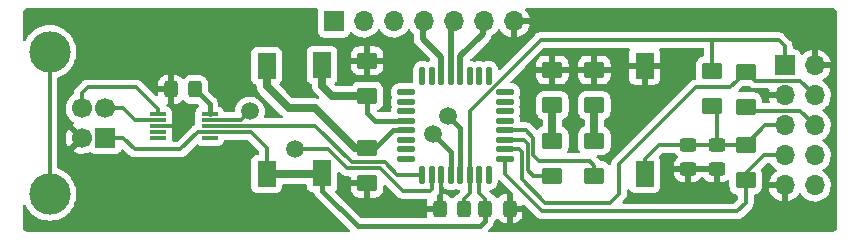
<source format=gtl>
G04 #@! TF.GenerationSoftware,KiCad,Pcbnew,(6.0.8)*
G04 #@! TF.CreationDate,2022-10-26T15:13:26+02:00*
G04 #@! TF.ProjectId,F38C_U2S,46333843-5f55-4325-932e-6b696361645f,1.0*
G04 #@! TF.SameCoordinates,Original*
G04 #@! TF.FileFunction,Copper,L1,Top*
G04 #@! TF.FilePolarity,Positive*
%FSLAX46Y46*%
G04 Gerber Fmt 4.6, Leading zero omitted, Abs format (unit mm)*
G04 Created by KiCad (PCBNEW (6.0.8)) date 2022-10-26 15:13:26*
%MOMM*%
%LPD*%
G01*
G04 APERTURE LIST*
G04 Aperture macros list*
%AMRoundRect*
0 Rectangle with rounded corners*
0 $1 Rounding radius*
0 $2 $3 $4 $5 $6 $7 $8 $9 X,Y pos of 4 corners*
0 Add a 4 corners polygon primitive as box body*
4,1,4,$2,$3,$4,$5,$6,$7,$8,$9,$2,$3,0*
0 Add four circle primitives for the rounded corners*
1,1,$1+$1,$2,$3*
1,1,$1+$1,$4,$5*
1,1,$1+$1,$6,$7*
1,1,$1+$1,$8,$9*
0 Add four rect primitives between the rounded corners*
20,1,$1+$1,$2,$3,$4,$5,0*
20,1,$1+$1,$4,$5,$6,$7,0*
20,1,$1+$1,$6,$7,$8,$9,0*
20,1,$1+$1,$8,$9,$2,$3,0*%
G04 Aperture macros list end*
G04 #@! TA.AperFunction,ComponentPad*
%ADD10O,1.700000X1.700000*%
G04 #@! TD*
G04 #@! TA.AperFunction,ComponentPad*
%ADD11R,1.700000X1.700000*%
G04 #@! TD*
G04 #@! TA.AperFunction,ComponentPad*
%ADD12C,3.500000*%
G04 #@! TD*
G04 #@! TA.AperFunction,ComponentPad*
%ADD13C,1.700000*%
G04 #@! TD*
G04 #@! TA.AperFunction,SMDPad,CuDef*
%ADD14RoundRect,0.250001X-0.624999X0.462499X-0.624999X-0.462499X0.624999X-0.462499X0.624999X0.462499X0*%
G04 #@! TD*
G04 #@! TA.AperFunction,SMDPad,CuDef*
%ADD15RoundRect,0.250000X-0.450000X0.325000X-0.450000X-0.325000X0.450000X-0.325000X0.450000X0.325000X0*%
G04 #@! TD*
G04 #@! TA.AperFunction,SMDPad,CuDef*
%ADD16RoundRect,0.250000X0.325000X0.450000X-0.325000X0.450000X-0.325000X-0.450000X0.325000X-0.450000X0*%
G04 #@! TD*
G04 #@! TA.AperFunction,SMDPad,CuDef*
%ADD17RoundRect,0.250000X-0.325000X-0.450000X0.325000X-0.450000X0.325000X0.450000X-0.325000X0.450000X0*%
G04 #@! TD*
G04 #@! TA.AperFunction,SMDPad,CuDef*
%ADD18RoundRect,0.250001X0.624999X-0.462499X0.624999X0.462499X-0.624999X0.462499X-0.624999X-0.462499X0*%
G04 #@! TD*
G04 #@! TA.AperFunction,SMDPad,CuDef*
%ADD19R,1.600000X2.180000*%
G04 #@! TD*
G04 #@! TA.AperFunction,SMDPad,CuDef*
%ADD20R,1.400000X0.300000*%
G04 #@! TD*
G04 #@! TA.AperFunction,SMDPad,CuDef*
%ADD21RoundRect,0.125000X0.625000X-0.125000X0.625000X0.125000X-0.625000X0.125000X-0.625000X-0.125000X0*%
G04 #@! TD*
G04 #@! TA.AperFunction,SMDPad,CuDef*
%ADD22RoundRect,0.125000X0.125000X-0.625000X0.125000X0.625000X-0.125000X0.625000X-0.125000X-0.625000X0*%
G04 #@! TD*
G04 #@! TA.AperFunction,ViaPad*
%ADD23C,1.500000*%
G04 #@! TD*
G04 #@! TA.AperFunction,Conductor*
%ADD24C,0.304800*%
G04 #@! TD*
G04 #@! TA.AperFunction,Conductor*
%ADD25C,0.381000*%
G04 #@! TD*
G04 #@! TA.AperFunction,Conductor*
%ADD26C,0.635000*%
G04 #@! TD*
G04 #@! TA.AperFunction,Conductor*
%ADD27C,0.508000*%
G04 #@! TD*
G04 APERTURE END LIST*
D10*
X156591000Y-50165000D03*
X154051000Y-50165000D03*
X151511000Y-50165000D03*
X148971000Y-50165000D03*
X146431000Y-50165000D03*
X143891000Y-50165000D03*
D11*
X141351000Y-50165000D03*
D10*
X182066500Y-64050000D03*
X179526500Y-64050000D03*
X182066500Y-61510000D03*
X179526500Y-61510000D03*
X182066500Y-58970000D03*
X179526500Y-58970000D03*
X182066500Y-56430000D03*
X179526500Y-56430000D03*
X182066500Y-53890000D03*
D11*
X179526500Y-53890000D03*
D12*
X117290000Y-52730000D03*
X117290000Y-64770000D03*
D13*
X120000000Y-60000000D03*
X120000000Y-57500000D03*
X122000000Y-57500000D03*
D11*
X122000000Y-60000000D03*
D14*
X144157000Y-56475000D03*
X144157000Y-53500000D03*
D15*
X171335000Y-62653000D03*
X171335000Y-60603000D03*
X173748000Y-62662000D03*
X173748000Y-60612000D03*
D16*
X127552800Y-55922000D03*
X129602800Y-55922000D03*
D17*
X156231000Y-66000000D03*
X154181000Y-66000000D03*
D16*
X150316500Y-66000000D03*
X152366500Y-66000000D03*
D14*
X159841500Y-57250000D03*
X159841500Y-54275000D03*
X163397500Y-57250000D03*
X163397500Y-54275000D03*
X173367000Y-57319000D03*
X173367000Y-54344000D03*
D18*
X176224500Y-60630500D03*
X176224500Y-63605500D03*
D14*
X176224500Y-57382500D03*
X176224500Y-54407500D03*
X159841500Y-63225000D03*
X159841500Y-60250000D03*
X163397500Y-63225000D03*
X163397500Y-60250000D03*
D18*
X144157000Y-60875000D03*
X144157000Y-63850000D03*
D19*
X167652000Y-63090000D03*
X167652000Y-53910000D03*
X135648000Y-63090000D03*
X135648000Y-53910000D03*
X140347000Y-63010000D03*
X140347000Y-53830000D03*
D20*
X130837600Y-58020800D03*
X130837600Y-58520800D03*
X130837600Y-59020800D03*
X130837600Y-59520800D03*
X130837600Y-60020800D03*
X126437600Y-60020800D03*
X126437600Y-59520800D03*
X126437600Y-59020800D03*
X126437600Y-58520800D03*
X126437600Y-58020800D03*
D21*
X147475000Y-61770000D03*
X147475000Y-60970000D03*
X147475000Y-60170000D03*
X147475000Y-59370000D03*
X147475000Y-58570000D03*
X147475000Y-57770000D03*
X147475000Y-56970000D03*
X147475000Y-56170000D03*
D22*
X148850000Y-54795000D03*
X149650000Y-54795000D03*
X150450000Y-54795000D03*
X151250000Y-54795000D03*
X152050000Y-54795000D03*
X152850000Y-54795000D03*
X153650000Y-54795000D03*
X154450000Y-54795000D03*
D21*
X155825000Y-56170000D03*
X155825000Y-56970000D03*
X155825000Y-57770000D03*
X155825000Y-58570000D03*
X155825000Y-59370000D03*
X155825000Y-60170000D03*
X155825000Y-60970000D03*
X155825000Y-61770000D03*
D22*
X154450000Y-63145000D03*
X153650000Y-63145000D03*
X152850000Y-63145000D03*
X152050000Y-63145000D03*
X151250000Y-63145000D03*
X150450000Y-63145000D03*
X149650000Y-63145000D03*
X148850000Y-63145000D03*
D23*
X170500000Y-53750000D03*
X171250000Y-64600000D03*
X146600000Y-65800000D03*
X138049000Y-60960000D03*
X134239000Y-57785000D03*
X151003000Y-58166000D03*
X149733000Y-59690000D03*
D24*
X173748000Y-57700000D02*
X173367000Y-57319000D01*
X173748000Y-60612000D02*
X173748000Y-57700000D01*
X177885000Y-58970000D02*
X176224500Y-60630500D01*
X179526500Y-58970000D02*
X177885000Y-58970000D01*
X173766500Y-60630500D02*
X173748000Y-60612000D01*
X176224500Y-60630500D02*
X173766500Y-60630500D01*
X171344000Y-60612000D02*
X171335000Y-60603000D01*
X173748000Y-60612000D02*
X171344000Y-60612000D01*
X168897000Y-60603000D02*
X171335000Y-60603000D01*
X167652000Y-63090000D02*
X167652000Y-61848000D01*
X167652000Y-61848000D02*
X168897000Y-60603000D01*
X126437600Y-59020800D02*
X127729200Y-59020800D01*
X150450000Y-65866500D02*
X150316500Y-66000000D01*
X150450000Y-63145000D02*
X150450000Y-65866500D01*
D25*
X130837600Y-57156800D02*
X129602800Y-55922000D01*
X130837600Y-58020800D02*
X130837600Y-57156800D01*
D24*
X129832800Y-59520800D02*
X128353600Y-61000000D01*
X130837600Y-59520800D02*
X129832800Y-59520800D01*
X128353600Y-61000000D02*
X124500000Y-61000000D01*
X123500000Y-60000000D02*
X122000000Y-60000000D01*
X124500000Y-61000000D02*
X123500000Y-60000000D01*
D26*
X140267000Y-63090000D02*
X140347000Y-63010000D01*
X135648000Y-63090000D02*
X140267000Y-63090000D01*
D25*
X154181000Y-67069000D02*
X154181000Y-66000000D01*
X153750000Y-67500000D02*
X154181000Y-67069000D01*
X143366000Y-67500000D02*
X153750000Y-67500000D01*
X140347000Y-63010000D02*
X140347000Y-64481000D01*
X140347000Y-64481000D02*
X143366000Y-67500000D01*
D24*
X153650000Y-63995000D02*
X153650000Y-63145000D01*
X153650000Y-64669000D02*
X153650000Y-63995000D01*
X154181000Y-65200000D02*
X153650000Y-64669000D01*
X154181000Y-66000000D02*
X154181000Y-65200000D01*
X135648000Y-62148000D02*
X135648000Y-63090000D01*
X135648000Y-60848000D02*
X135648000Y-62148000D01*
X130837600Y-59520800D02*
X134320800Y-59520800D01*
X134320800Y-59520800D02*
X135648000Y-60848000D01*
D26*
X159841500Y-57250000D02*
X159841500Y-60250000D01*
X163397500Y-60250000D02*
X163397500Y-57250000D01*
D24*
X117290000Y-55204873D02*
X117290000Y-64770000D01*
X117290000Y-52730000D02*
X117290000Y-55204873D01*
X152850000Y-63995000D02*
X152850000Y-63145000D01*
X152850000Y-64716500D02*
X152850000Y-63995000D01*
X152366500Y-65200000D02*
X152850000Y-64716500D01*
X152366500Y-66000000D02*
X152366500Y-65200000D01*
X179526500Y-52276500D02*
X179526500Y-53890000D01*
X179000000Y-51750000D02*
X179526500Y-52276500D01*
X173367000Y-51883000D02*
X173367000Y-54344000D01*
X173500000Y-51750000D02*
X173367000Y-51883000D01*
X173500000Y-51750000D02*
X179000000Y-51750000D01*
X158850000Y-51750000D02*
X173500000Y-51750000D01*
X152850000Y-63145000D02*
X152850000Y-57750000D01*
X152850000Y-57750000D02*
X158850000Y-51750000D01*
X175453153Y-55178847D02*
X176224500Y-54407500D01*
X174882000Y-55750000D02*
X175453153Y-55178847D01*
X172000000Y-55750000D02*
X174882000Y-55750000D01*
X165500000Y-62250000D02*
X172000000Y-55750000D01*
X165500000Y-64750000D02*
X165500000Y-62250000D01*
X157250000Y-61190000D02*
X157250000Y-63500000D01*
X157030000Y-60970000D02*
X157250000Y-61190000D01*
X157250000Y-63500000D02*
X159250000Y-65500000D01*
X159250000Y-65500000D02*
X164750000Y-65500000D01*
X155825000Y-60970000D02*
X157030000Y-60970000D01*
X164750000Y-65500000D02*
X165500000Y-64750000D01*
X176992000Y-55175000D02*
X176224500Y-54407500D01*
X182066500Y-56430000D02*
X180811500Y-55175000D01*
X180811500Y-55175000D02*
X176992000Y-55175000D01*
X176592000Y-57750000D02*
X176224500Y-57382500D01*
X182066500Y-58970000D02*
X180846500Y-57750000D01*
X180846500Y-57750000D02*
X176592000Y-57750000D01*
X155825000Y-63075000D02*
X155825000Y-61770000D01*
X159000000Y-66250000D02*
X155825000Y-63075000D01*
X175500000Y-66250000D02*
X159000000Y-66250000D01*
X176224500Y-63605500D02*
X176224500Y-65525500D01*
X176224500Y-65525500D02*
X175500000Y-66250000D01*
X176224500Y-63025500D02*
X176224500Y-63605500D01*
X179526500Y-61510000D02*
X177740000Y-61510000D01*
X177740000Y-61510000D02*
X176224500Y-63025500D01*
D27*
X152050000Y-53945000D02*
X152050000Y-54795000D01*
X152050000Y-53112081D02*
X152050000Y-53945000D01*
X153960000Y-51202081D02*
X152050000Y-53112081D01*
X153960000Y-50000000D02*
X153960000Y-51202081D01*
X151250000Y-50170000D02*
X151420000Y-50000000D01*
X151250000Y-54795000D02*
X151250000Y-50170000D01*
X150450000Y-53945000D02*
X150450000Y-54795000D01*
X150450000Y-53200000D02*
X150450000Y-53945000D01*
X148880000Y-50000000D02*
X148880000Y-51630000D01*
X148880000Y-51630000D02*
X150450000Y-53200000D01*
D25*
X146380000Y-59370000D02*
X147475000Y-59370000D01*
X144157000Y-60875000D02*
X144875000Y-60875000D01*
X144875000Y-60875000D02*
X146380000Y-59370000D01*
D26*
X143125000Y-60875000D02*
X144157000Y-60875000D01*
X139750000Y-57500000D02*
X143125000Y-60875000D01*
X137513000Y-57500000D02*
X139750000Y-57500000D01*
X135648000Y-53910000D02*
X135648000Y-55635000D01*
X135648000Y-55635000D02*
X137513000Y-57500000D01*
X141225000Y-56475000D02*
X144157000Y-56475000D01*
X140347000Y-53830000D02*
X140347000Y-55597000D01*
X140347000Y-55597000D02*
X141225000Y-56475000D01*
D25*
X146625000Y-58570000D02*
X147475000Y-58570000D01*
X144820000Y-58570000D02*
X146625000Y-58570000D01*
X144157000Y-56475000D02*
X144157000Y-57907000D01*
X144157000Y-57907000D02*
X144820000Y-58570000D01*
D24*
X126437600Y-58520800D02*
X124520800Y-58520800D01*
X123500000Y-57500000D02*
X122000000Y-57500000D01*
X124520800Y-58520800D02*
X123500000Y-57500000D01*
X120000000Y-56250000D02*
X120000000Y-57500000D01*
X120500000Y-55750000D02*
X120000000Y-56250000D01*
X124621600Y-55750000D02*
X120500000Y-55750000D01*
X126437600Y-58020800D02*
X126437600Y-57566000D01*
X126437600Y-57566000D02*
X124621600Y-55750000D01*
X157420000Y-60170000D02*
X155825000Y-60170000D01*
X157750000Y-60500000D02*
X157420000Y-60170000D01*
X157750000Y-62750000D02*
X157750000Y-60500000D01*
X159841500Y-63225000D02*
X158225000Y-63225000D01*
X158225000Y-63225000D02*
X157750000Y-62750000D01*
X157620000Y-59370000D02*
X155825000Y-59370000D01*
X163397500Y-62397500D02*
X163000000Y-62000000D01*
X163397500Y-63225000D02*
X163397500Y-62397500D01*
X163000000Y-62000000D02*
X158750000Y-62000000D01*
X158750000Y-62000000D02*
X158250000Y-61500000D01*
X158250000Y-61500000D02*
X158250000Y-60000000D01*
X158250000Y-60000000D02*
X157620000Y-59370000D01*
X149650000Y-63145000D02*
X149650000Y-64345000D01*
X149650000Y-64345000D02*
X149479000Y-64516000D01*
X149479000Y-64516000D02*
X147193000Y-64516000D01*
X147193000Y-64516000D02*
X145288000Y-62611000D01*
X145288000Y-62611000D02*
X142494000Y-62611000D01*
X142494000Y-62611000D02*
X141605000Y-61722000D01*
X141605000Y-61722000D02*
X140843000Y-60960000D01*
X140843000Y-60960000D02*
X138049000Y-60960000D01*
X133503200Y-58520800D02*
X130837600Y-58520800D01*
X134239000Y-57785000D02*
X133503200Y-58520800D01*
X148850000Y-63145000D02*
X146711000Y-63145000D01*
X146711000Y-63145000D02*
X145669000Y-62103000D01*
X145669000Y-62103000D02*
X142875000Y-62103000D01*
X139792800Y-59020800D02*
X130837600Y-59020800D01*
X142875000Y-62103000D02*
X139792800Y-59020800D01*
D25*
X152050000Y-59213000D02*
X151003000Y-58166000D01*
X152050000Y-63145000D02*
X152050000Y-59213000D01*
X151250000Y-61207000D02*
X149733000Y-59690000D01*
X151250000Y-63145000D02*
X151250000Y-61207000D01*
G04 #@! TA.AperFunction,Conductor*
G36*
X139959124Y-49028502D02*
G01*
X140005617Y-49082158D01*
X140015721Y-49152432D01*
X140008986Y-49178726D01*
X139999255Y-49204684D01*
X139992500Y-49266866D01*
X139992500Y-51063134D01*
X139999255Y-51125316D01*
X140050385Y-51261705D01*
X140137739Y-51378261D01*
X140254295Y-51465615D01*
X140390684Y-51516745D01*
X140452866Y-51523500D01*
X142249134Y-51523500D01*
X142311316Y-51516745D01*
X142447705Y-51465615D01*
X142564261Y-51378261D01*
X142651615Y-51261705D01*
X142669834Y-51213106D01*
X142695598Y-51144382D01*
X142738240Y-51087618D01*
X142804802Y-51062918D01*
X142874150Y-51078126D01*
X142908817Y-51106114D01*
X142937250Y-51138938D01*
X143109126Y-51281632D01*
X143302000Y-51394338D01*
X143510692Y-51474030D01*
X143515760Y-51475061D01*
X143515763Y-51475062D01*
X143610862Y-51494410D01*
X143729597Y-51518567D01*
X143734772Y-51518757D01*
X143734774Y-51518757D01*
X143947673Y-51526564D01*
X143947677Y-51526564D01*
X143952837Y-51526753D01*
X143957957Y-51526097D01*
X143957959Y-51526097D01*
X144169288Y-51499025D01*
X144169289Y-51499025D01*
X144174416Y-51498368D01*
X144179366Y-51496883D01*
X144383429Y-51435661D01*
X144383434Y-51435659D01*
X144388384Y-51434174D01*
X144588994Y-51335896D01*
X144770860Y-51206173D01*
X144791884Y-51185223D01*
X144873220Y-51104170D01*
X144929096Y-51048489D01*
X145009148Y-50937085D01*
X145059453Y-50867077D01*
X145060776Y-50868028D01*
X145107645Y-50824857D01*
X145177580Y-50812625D01*
X145243026Y-50840144D01*
X145270875Y-50871994D01*
X145330987Y-50970088D01*
X145477250Y-51138938D01*
X145649126Y-51281632D01*
X145842000Y-51394338D01*
X146050692Y-51474030D01*
X146055760Y-51475061D01*
X146055763Y-51475062D01*
X146150862Y-51494410D01*
X146269597Y-51518567D01*
X146274772Y-51518757D01*
X146274774Y-51518757D01*
X146487673Y-51526564D01*
X146487677Y-51526564D01*
X146492837Y-51526753D01*
X146497957Y-51526097D01*
X146497959Y-51526097D01*
X146709288Y-51499025D01*
X146709289Y-51499025D01*
X146714416Y-51498368D01*
X146719366Y-51496883D01*
X146923429Y-51435661D01*
X146923434Y-51435659D01*
X146928384Y-51434174D01*
X147128994Y-51335896D01*
X147310860Y-51206173D01*
X147331884Y-51185223D01*
X147413220Y-51104170D01*
X147469096Y-51048489D01*
X147549148Y-50937085D01*
X147599453Y-50867077D01*
X147600776Y-50868028D01*
X147647645Y-50824857D01*
X147717580Y-50812625D01*
X147783026Y-50840144D01*
X147810875Y-50871994D01*
X147870987Y-50970088D01*
X148017250Y-51138938D01*
X148021225Y-51142238D01*
X148021228Y-51142241D01*
X148071985Y-51184380D01*
X148111620Y-51243283D01*
X148117500Y-51281324D01*
X148117500Y-51562624D01*
X148116067Y-51581574D01*
X148113876Y-51595973D01*
X148113876Y-51595979D01*
X148112776Y-51603208D01*
X148113369Y-51610500D01*
X148113369Y-51610503D01*
X148117085Y-51656183D01*
X148117500Y-51666398D01*
X148117500Y-51674525D01*
X148120811Y-51702924D01*
X148121238Y-51707244D01*
X148127191Y-51780426D01*
X148129447Y-51787388D01*
X148130643Y-51793376D01*
X148132051Y-51799333D01*
X148132899Y-51806607D01*
X148135397Y-51813489D01*
X148135398Y-51813493D01*
X148157945Y-51875607D01*
X148159355Y-51879711D01*
X148181987Y-51949575D01*
X148185787Y-51955838D01*
X148188325Y-51961380D01*
X148191067Y-51966856D01*
X148193566Y-51973741D01*
X148197581Y-51979865D01*
X148233815Y-52035132D01*
X148236130Y-52038800D01*
X148274227Y-52101581D01*
X148277941Y-52105786D01*
X148277943Y-52105789D01*
X148281667Y-52110005D01*
X148281638Y-52110031D01*
X148284238Y-52112962D01*
X148287042Y-52116316D01*
X148291054Y-52122435D01*
X148296366Y-52127467D01*
X148347586Y-52175988D01*
X148350028Y-52178366D01*
X149497523Y-53325861D01*
X149531549Y-53388173D01*
X149526484Y-53458988D01*
X149483937Y-53515824D01*
X149431198Y-53538847D01*
X149425111Y-53539326D01*
X149418930Y-53541122D01*
X149418929Y-53541122D01*
X149285153Y-53579988D01*
X149214847Y-53579988D01*
X149081075Y-53541123D01*
X149081073Y-53541123D01*
X149074889Y-53539326D01*
X149062238Y-53538330D01*
X149041438Y-53536693D01*
X149041425Y-53536692D01*
X149038979Y-53536500D01*
X148850115Y-53536500D01*
X148661022Y-53536501D01*
X148653234Y-53537114D01*
X148631526Y-53538821D01*
X148631523Y-53538822D01*
X148625111Y-53539326D01*
X148471407Y-53583982D01*
X148464585Y-53588016D01*
X148464586Y-53588016D01*
X148340457Y-53661424D01*
X148340453Y-53661427D01*
X148333637Y-53665458D01*
X148220458Y-53778637D01*
X148216427Y-53785453D01*
X148216424Y-53785457D01*
X148187529Y-53834317D01*
X148138982Y-53916407D01*
X148136771Y-53924017D01*
X148110015Y-54016111D01*
X148094326Y-54070111D01*
X148093821Y-54076530D01*
X148091693Y-54103562D01*
X148091692Y-54103575D01*
X148091500Y-54106021D01*
X148091501Y-54732116D01*
X148091501Y-55285500D01*
X148071499Y-55353621D01*
X148017843Y-55400114D01*
X147965501Y-55411500D01*
X146811161Y-55411501D01*
X146786022Y-55411501D01*
X146778234Y-55412114D01*
X146756526Y-55413821D01*
X146756523Y-55413822D01*
X146750111Y-55414326D01*
X146713871Y-55424855D01*
X146615882Y-55453324D01*
X146596407Y-55458982D01*
X146589585Y-55463016D01*
X146589586Y-55463016D01*
X146465457Y-55536424D01*
X146465453Y-55536427D01*
X146458637Y-55540458D01*
X146345458Y-55653637D01*
X146341427Y-55660453D01*
X146341424Y-55660457D01*
X146291744Y-55744463D01*
X146263982Y-55791407D01*
X146261771Y-55799017D01*
X146229689Y-55909443D01*
X146219326Y-55945111D01*
X146218821Y-55951530D01*
X146216693Y-55978562D01*
X146216692Y-55978575D01*
X146216500Y-55981021D01*
X146216501Y-56358978D01*
X146219326Y-56394889D01*
X146221120Y-56401063D01*
X146221121Y-56401070D01*
X146259988Y-56534847D01*
X146259988Y-56605153D01*
X146221653Y-56737100D01*
X146219326Y-56745111D01*
X146218821Y-56751530D01*
X146216693Y-56778562D01*
X146216692Y-56778575D01*
X146216500Y-56781021D01*
X146216501Y-57158978D01*
X146216695Y-57161438D01*
X146216695Y-57161443D01*
X146218253Y-57181245D01*
X146219326Y-57194889D01*
X146221120Y-57201063D01*
X146221121Y-57201070D01*
X146259988Y-57334847D01*
X146259988Y-57405153D01*
X146222453Y-57534347D01*
X146219326Y-57545111D01*
X146218821Y-57551530D01*
X146216693Y-57578562D01*
X146216692Y-57578575D01*
X146216500Y-57581021D01*
X146216501Y-57723912D01*
X146216501Y-57744999D01*
X146196499Y-57813120D01*
X146142844Y-57859613D01*
X146090501Y-57871000D01*
X145161725Y-57871000D01*
X145093604Y-57850998D01*
X145072630Y-57834095D01*
X145069990Y-57831455D01*
X145035964Y-57769143D01*
X145041029Y-57698328D01*
X145083576Y-57641492D01*
X145102275Y-57630275D01*
X145105945Y-57629050D01*
X145256348Y-57535978D01*
X145381305Y-57410803D01*
X145405329Y-57371829D01*
X145470275Y-57266468D01*
X145470276Y-57266466D01*
X145474115Y-57260238D01*
X145518267Y-57127123D01*
X145527632Y-57098889D01*
X145527632Y-57098887D01*
X145529797Y-57092361D01*
X145530571Y-57084813D01*
X145538136Y-57010973D01*
X145540500Y-56987900D01*
X145540500Y-55962100D01*
X145539555Y-55952988D01*
X145530238Y-55863193D01*
X145530237Y-55863189D01*
X145529526Y-55856335D01*
X145523942Y-55839596D01*
X145479299Y-55705788D01*
X145473550Y-55688555D01*
X145380478Y-55538152D01*
X145255303Y-55413195D01*
X145234082Y-55400114D01*
X145110968Y-55324225D01*
X145110966Y-55324224D01*
X145104738Y-55320385D01*
X145009029Y-55288640D01*
X144943389Y-55266868D01*
X144943387Y-55266868D01*
X144936861Y-55264703D01*
X144930025Y-55264003D01*
X144930022Y-55264002D01*
X144886969Y-55259591D01*
X144832400Y-55254000D01*
X143481600Y-55254000D01*
X143478354Y-55254337D01*
X143478350Y-55254337D01*
X143382693Y-55264262D01*
X143382689Y-55264263D01*
X143375835Y-55264974D01*
X143369299Y-55267155D01*
X143369297Y-55267155D01*
X143289376Y-55293819D01*
X143208055Y-55320950D01*
X143057652Y-55414022D01*
X142932695Y-55539197D01*
X142928853Y-55545429D01*
X142928852Y-55545431D01*
X142901923Y-55589117D01*
X142849151Y-55636610D01*
X142794664Y-55649000D01*
X141619330Y-55649000D01*
X141551209Y-55628998D01*
X141530235Y-55612095D01*
X141436479Y-55518339D01*
X141402453Y-55456027D01*
X141407518Y-55385212D01*
X141450008Y-55328418D01*
X141510261Y-55283261D01*
X141597615Y-55166705D01*
X141648745Y-55030316D01*
X141655500Y-54968134D01*
X141655500Y-54009596D01*
X142774000Y-54009596D01*
X142774337Y-54016111D01*
X142784256Y-54111703D01*
X142787150Y-54125102D01*
X142838588Y-54279283D01*
X142844762Y-54292462D01*
X142930063Y-54430307D01*
X142939099Y-54441708D01*
X143053830Y-54556239D01*
X143065241Y-54565251D01*
X143203245Y-54650318D01*
X143216423Y-54656462D01*
X143370716Y-54707639D01*
X143384081Y-54710505D01*
X143478439Y-54720172D01*
X143484855Y-54720500D01*
X143884885Y-54720500D01*
X143900124Y-54716025D01*
X143901329Y-54714635D01*
X143903000Y-54706952D01*
X143903000Y-54702385D01*
X144411000Y-54702385D01*
X144415475Y-54717624D01*
X144416865Y-54718829D01*
X144424548Y-54720500D01*
X144829096Y-54720500D01*
X144835611Y-54720163D01*
X144931203Y-54710244D01*
X144944602Y-54707350D01*
X145098783Y-54655912D01*
X145111962Y-54649738D01*
X145249807Y-54564437D01*
X145261208Y-54555401D01*
X145375739Y-54440670D01*
X145384751Y-54429259D01*
X145469818Y-54291255D01*
X145475962Y-54278077D01*
X145527139Y-54123784D01*
X145530005Y-54110419D01*
X145539672Y-54016061D01*
X145540000Y-54009645D01*
X145540000Y-53772115D01*
X145535525Y-53756876D01*
X145534135Y-53755671D01*
X145526452Y-53754000D01*
X144429115Y-53754000D01*
X144413876Y-53758475D01*
X144412671Y-53759865D01*
X144411000Y-53767548D01*
X144411000Y-54702385D01*
X143903000Y-54702385D01*
X143903000Y-53772115D01*
X143898525Y-53756876D01*
X143897135Y-53755671D01*
X143889452Y-53754000D01*
X142792115Y-53754000D01*
X142776876Y-53758475D01*
X142775671Y-53759865D01*
X142774000Y-53767548D01*
X142774000Y-54009596D01*
X141655500Y-54009596D01*
X141655500Y-53227885D01*
X142774000Y-53227885D01*
X142778475Y-53243124D01*
X142779865Y-53244329D01*
X142787548Y-53246000D01*
X143884885Y-53246000D01*
X143900124Y-53241525D01*
X143901329Y-53240135D01*
X143903000Y-53232452D01*
X143903000Y-53227885D01*
X144411000Y-53227885D01*
X144415475Y-53243124D01*
X144416865Y-53244329D01*
X144424548Y-53246000D01*
X145521885Y-53246000D01*
X145537124Y-53241525D01*
X145538329Y-53240135D01*
X145540000Y-53232452D01*
X145540000Y-52990404D01*
X145539663Y-52983889D01*
X145529744Y-52888297D01*
X145526850Y-52874898D01*
X145475412Y-52720717D01*
X145469238Y-52707538D01*
X145383937Y-52569693D01*
X145374901Y-52558292D01*
X145260170Y-52443761D01*
X145248759Y-52434749D01*
X145110755Y-52349682D01*
X145097577Y-52343538D01*
X144943284Y-52292361D01*
X144929919Y-52289495D01*
X144835561Y-52279828D01*
X144829144Y-52279500D01*
X144429115Y-52279500D01*
X144413876Y-52283975D01*
X144412671Y-52285365D01*
X144411000Y-52293048D01*
X144411000Y-53227885D01*
X143903000Y-53227885D01*
X143903000Y-52297615D01*
X143898525Y-52282376D01*
X143897135Y-52281171D01*
X143889452Y-52279500D01*
X143484904Y-52279500D01*
X143478389Y-52279837D01*
X143382797Y-52289756D01*
X143369398Y-52292650D01*
X143215217Y-52344088D01*
X143202038Y-52350262D01*
X143064193Y-52435563D01*
X143052792Y-52444599D01*
X142938261Y-52559330D01*
X142929249Y-52570741D01*
X142844182Y-52708745D01*
X142838038Y-52721923D01*
X142786861Y-52876216D01*
X142783995Y-52889581D01*
X142774328Y-52983939D01*
X142774000Y-52990356D01*
X142774000Y-53227885D01*
X141655500Y-53227885D01*
X141655500Y-52691866D01*
X141648745Y-52629684D01*
X141597615Y-52493295D01*
X141510261Y-52376739D01*
X141393705Y-52289385D01*
X141257316Y-52238255D01*
X141195134Y-52231500D01*
X139498866Y-52231500D01*
X139436684Y-52238255D01*
X139300295Y-52289385D01*
X139183739Y-52376739D01*
X139096385Y-52493295D01*
X139045255Y-52629684D01*
X139038500Y-52691866D01*
X139038500Y-54968134D01*
X139045255Y-55030316D01*
X139096385Y-55166705D01*
X139183739Y-55283261D01*
X139300295Y-55370615D01*
X139308703Y-55373767D01*
X139436684Y-55421745D01*
X139435705Y-55424356D01*
X139485781Y-55452955D01*
X139518610Y-55515905D01*
X139521000Y-55540332D01*
X139521000Y-55556967D01*
X139520558Y-55567511D01*
X139516377Y-55617300D01*
X139523143Y-55668000D01*
X139526706Y-55694704D01*
X139527073Y-55697743D01*
X139535511Y-55775417D01*
X139537687Y-55781883D01*
X139538204Y-55784233D01*
X139538301Y-55784783D01*
X139538480Y-55785550D01*
X139538635Y-55786085D01*
X139539211Y-55788432D01*
X139540113Y-55795190D01*
X139559988Y-55849797D01*
X139566810Y-55868540D01*
X139567826Y-55871443D01*
X139590575Y-55939039D01*
X139590578Y-55939046D01*
X139592754Y-55945511D01*
X139596269Y-55951360D01*
X139597282Y-55953553D01*
X139597494Y-55954068D01*
X139597827Y-55954766D01*
X139598100Y-55955267D01*
X139599160Y-55957421D01*
X139601494Y-55963834D01*
X139635595Y-56017568D01*
X139643342Y-56029775D01*
X139644956Y-56032390D01*
X139685186Y-56099344D01*
X139689867Y-56104295D01*
X139691337Y-56106231D01*
X139691985Y-56107162D01*
X139694885Y-56110996D01*
X139697657Y-56115364D01*
X139701323Y-56119464D01*
X139753246Y-56171387D01*
X139755699Y-56173909D01*
X139795291Y-56215776D01*
X139808496Y-56229740D01*
X139814137Y-56233574D01*
X139818989Y-56237703D01*
X139826419Y-56244560D01*
X140068549Y-56486690D01*
X140102575Y-56549002D01*
X140097510Y-56619817D01*
X140054963Y-56676653D01*
X139988443Y-56701464D01*
X139951962Y-56698749D01*
X139941536Y-56696418D01*
X139938546Y-56695711D01*
X139869385Y-56678467D01*
X139869382Y-56678467D01*
X139862762Y-56676816D01*
X139855941Y-56676625D01*
X139853544Y-56676297D01*
X139852430Y-56676096D01*
X139847656Y-56675434D01*
X139842616Y-56674307D01*
X139837125Y-56674000D01*
X139763711Y-56674000D01*
X139760193Y-56673951D01*
X139759283Y-56673926D01*
X139683365Y-56671805D01*
X139676658Y-56673084D01*
X139670323Y-56673594D01*
X139660216Y-56674000D01*
X137907331Y-56674000D01*
X137839210Y-56653998D01*
X137818236Y-56637095D01*
X137292521Y-56111380D01*
X136761486Y-55580346D01*
X136727461Y-55518034D01*
X136732525Y-55447219D01*
X136775016Y-55390425D01*
X136801449Y-55370615D01*
X136811261Y-55363261D01*
X136898615Y-55246705D01*
X136949745Y-55110316D01*
X136956500Y-55048134D01*
X136956500Y-52771866D01*
X136949745Y-52709684D01*
X136898615Y-52573295D01*
X136811261Y-52456739D01*
X136694705Y-52369385D01*
X136558316Y-52318255D01*
X136496134Y-52311500D01*
X134799866Y-52311500D01*
X134737684Y-52318255D01*
X134601295Y-52369385D01*
X134484739Y-52456739D01*
X134397385Y-52573295D01*
X134346255Y-52709684D01*
X134339500Y-52771866D01*
X134339500Y-55048134D01*
X134346255Y-55110316D01*
X134397385Y-55246705D01*
X134484739Y-55363261D01*
X134601295Y-55450615D01*
X134728969Y-55498478D01*
X134737684Y-55501745D01*
X134736492Y-55504924D01*
X134784723Y-55532490D01*
X134817530Y-55595452D01*
X134819470Y-55630378D01*
X134817377Y-55655300D01*
X134818279Y-55662060D01*
X134818688Y-55665124D01*
X134822839Y-55696229D01*
X134827706Y-55732704D01*
X134828073Y-55735743D01*
X134836511Y-55813417D01*
X134838687Y-55819883D01*
X134839204Y-55822233D01*
X134839301Y-55822783D01*
X134839480Y-55823550D01*
X134839635Y-55824085D01*
X134840211Y-55826432D01*
X134841113Y-55833190D01*
X134867810Y-55906540D01*
X134868826Y-55909443D01*
X134891575Y-55977039D01*
X134891578Y-55977046D01*
X134893754Y-55983511D01*
X134897269Y-55989360D01*
X134898282Y-55991553D01*
X134898494Y-55992068D01*
X134898827Y-55992766D01*
X134899100Y-55993267D01*
X134900160Y-55995421D01*
X134902494Y-56001834D01*
X134944342Y-56067775D01*
X134945956Y-56070390D01*
X134986186Y-56137344D01*
X134990867Y-56142295D01*
X134992337Y-56144231D01*
X134992985Y-56145162D01*
X134995885Y-56148996D01*
X134998657Y-56153364D01*
X135002323Y-56157464D01*
X135054245Y-56209386D01*
X135056698Y-56211908D01*
X135092397Y-56249658D01*
X135109496Y-56267740D01*
X135115137Y-56271574D01*
X135119989Y-56275703D01*
X135127419Y-56282560D01*
X136900615Y-58055755D01*
X136907758Y-58063522D01*
X136940015Y-58101693D01*
X136945433Y-58105836D01*
X136945439Y-58105841D01*
X136982013Y-58133803D01*
X137023981Y-58191067D01*
X137028327Y-58261931D01*
X136993672Y-58323895D01*
X136931018Y-58357286D01*
X136905485Y-58359900D01*
X135552057Y-58359900D01*
X135483936Y-58339898D01*
X135437443Y-58286242D01*
X135427339Y-58215968D01*
X135430351Y-58201288D01*
X135481690Y-58009692D01*
X135481691Y-58009683D01*
X135483115Y-58004371D01*
X135502307Y-57785000D01*
X135483115Y-57565629D01*
X135426120Y-57352924D01*
X135375594Y-57244570D01*
X135335382Y-57158334D01*
X135335379Y-57158329D01*
X135333056Y-57153347D01*
X135322799Y-57138698D01*
X135209908Y-56977473D01*
X135209906Y-56977470D01*
X135206749Y-56972962D01*
X135051038Y-56817251D01*
X135026446Y-56800031D01*
X134957179Y-56751530D01*
X134870654Y-56690944D01*
X134671076Y-56597880D01*
X134458371Y-56540885D01*
X134239000Y-56521693D01*
X134019629Y-56540885D01*
X133806924Y-56597880D01*
X133732383Y-56632639D01*
X133612334Y-56688618D01*
X133612329Y-56688621D01*
X133607347Y-56690944D01*
X133602840Y-56694100D01*
X133602838Y-56694101D01*
X133431473Y-56814092D01*
X133431470Y-56814094D01*
X133426962Y-56817251D01*
X133271251Y-56972962D01*
X133268094Y-56977470D01*
X133268092Y-56977473D01*
X133155201Y-57138698D01*
X133144944Y-57153347D01*
X133142621Y-57158329D01*
X133142618Y-57158334D01*
X133102406Y-57244570D01*
X133051880Y-57352924D01*
X132994885Y-57565629D01*
X132979697Y-57739235D01*
X132979203Y-57744881D01*
X132953340Y-57811000D01*
X132895836Y-57852639D01*
X132853682Y-57859900D01*
X132161523Y-57859900D01*
X132093402Y-57839898D01*
X132046909Y-57786242D01*
X132039939Y-57765954D01*
X132039345Y-57760484D01*
X131988215Y-57624095D01*
X131900861Y-57507539D01*
X131784305Y-57420185D01*
X131647916Y-57369055D01*
X131640059Y-57368201D01*
X131633454Y-57366631D01*
X131571808Y-57331414D01*
X131538987Y-57268459D01*
X131536600Y-57244048D01*
X131536600Y-57185399D01*
X131536892Y-57176829D01*
X131540254Y-57127523D01*
X131540254Y-57127519D01*
X131540770Y-57119948D01*
X131539465Y-57112472D01*
X131539465Y-57112468D01*
X131529937Y-57057876D01*
X131528974Y-57051351D01*
X131522322Y-56996382D01*
X131522321Y-56996380D01*
X131521409Y-56988840D01*
X131518725Y-56981738D01*
X131517881Y-56978300D01*
X131514017Y-56964177D01*
X131512987Y-56960765D01*
X131511681Y-56953283D01*
X131508629Y-56946330D01*
X131508627Y-56946324D01*
X131486363Y-56895606D01*
X131483870Y-56889498D01*
X131477586Y-56872866D01*
X131469010Y-56850172D01*
X131464292Y-56837685D01*
X131464290Y-56837682D01*
X131461606Y-56830578D01*
X131457301Y-56824314D01*
X131455645Y-56821147D01*
X131448540Y-56808382D01*
X131446732Y-56805325D01*
X131443678Y-56798367D01*
X131418181Y-56765139D01*
X131405340Y-56748404D01*
X131401462Y-56743067D01*
X131370081Y-56697407D01*
X131370079Y-56697405D01*
X131365779Y-56691148D01*
X131358765Y-56684898D01*
X131319912Y-56650282D01*
X131314636Y-56645301D01*
X130723205Y-56053870D01*
X130689179Y-55991558D01*
X130686300Y-55964775D01*
X130686300Y-55421600D01*
X130685428Y-55413195D01*
X130676038Y-55322692D01*
X130676037Y-55322688D01*
X130675326Y-55315834D01*
X130669745Y-55299104D01*
X130623505Y-55160509D01*
X130619350Y-55148054D01*
X130526278Y-54997652D01*
X130401103Y-54872695D01*
X130394872Y-54868854D01*
X130256768Y-54783725D01*
X130256766Y-54783724D01*
X130250538Y-54779885D01*
X130170795Y-54753436D01*
X130089189Y-54726368D01*
X130089187Y-54726368D01*
X130082661Y-54724203D01*
X130075825Y-54723503D01*
X130075822Y-54723502D01*
X130030211Y-54718829D01*
X129978200Y-54713500D01*
X129227400Y-54713500D01*
X129224154Y-54713837D01*
X129224150Y-54713837D01*
X129128492Y-54723762D01*
X129128488Y-54723763D01*
X129121634Y-54724474D01*
X129115098Y-54726655D01*
X129115096Y-54726655D01*
X129098728Y-54732116D01*
X128953854Y-54780450D01*
X128803452Y-54873522D01*
X128678495Y-54998697D01*
X128675698Y-55003235D01*
X128618447Y-55043824D01*
X128547524Y-55047054D01*
X128486113Y-55011428D01*
X128478738Y-55002932D01*
X128470702Y-54992793D01*
X128355971Y-54878261D01*
X128344560Y-54869249D01*
X128206557Y-54784184D01*
X128193376Y-54778037D01*
X128039090Y-54726862D01*
X128025714Y-54723995D01*
X127931362Y-54714328D01*
X127924945Y-54714000D01*
X127824915Y-54714000D01*
X127809676Y-54718475D01*
X127808471Y-54719865D01*
X127806800Y-54727548D01*
X127806800Y-57111884D01*
X127811275Y-57127123D01*
X127812665Y-57128328D01*
X127820348Y-57129999D01*
X127924895Y-57129999D01*
X127931414Y-57129662D01*
X128027006Y-57119743D01*
X128040400Y-57116851D01*
X128194584Y-57065412D01*
X128207762Y-57059239D01*
X128345607Y-56973937D01*
X128357008Y-56964901D01*
X128471538Y-56850172D01*
X128478594Y-56841238D01*
X128536512Y-56800177D01*
X128607435Y-56796947D01*
X128668846Y-56832574D01*
X128675646Y-56840407D01*
X128679322Y-56846348D01*
X128804497Y-56971305D01*
X128810727Y-56975145D01*
X128810728Y-56975146D01*
X128947152Y-57059239D01*
X128955062Y-57064115D01*
X129021975Y-57086309D01*
X129116411Y-57117632D01*
X129116413Y-57117632D01*
X129122939Y-57119797D01*
X129129775Y-57120497D01*
X129129778Y-57120498D01*
X129172831Y-57124909D01*
X129227400Y-57130500D01*
X129770575Y-57130500D01*
X129838696Y-57150502D01*
X129859670Y-57167405D01*
X129916124Y-57223859D01*
X129950150Y-57286171D01*
X129945085Y-57356986D01*
X129902538Y-57413822D01*
X129895097Y-57418610D01*
X129890895Y-57420185D01*
X129883716Y-57425565D01*
X129883713Y-57425567D01*
X129800272Y-57488103D01*
X129774339Y-57507539D01*
X129686985Y-57624095D01*
X129635855Y-57760484D01*
X129629100Y-57822666D01*
X129629100Y-58218934D01*
X129629469Y-58222329D01*
X129629469Y-58222333D01*
X129633256Y-58257193D01*
X129633256Y-58284407D01*
X129629863Y-58315646D01*
X129629100Y-58322666D01*
X129629100Y-58718934D01*
X129629469Y-58722328D01*
X129629469Y-58722333D01*
X129633256Y-58757193D01*
X129633256Y-58784406D01*
X129632247Y-58793698D01*
X129629688Y-58817251D01*
X129602446Y-58882813D01*
X129548963Y-58921509D01*
X129524359Y-58930806D01*
X129518101Y-58935107D01*
X129511773Y-58938415D01*
X129507008Y-58941068D01*
X129500859Y-58944705D01*
X129493904Y-58947758D01*
X129446789Y-58983911D01*
X129441485Y-58987764D01*
X129398792Y-59017106D01*
X129398789Y-59017108D01*
X129392529Y-59021411D01*
X129376049Y-59039908D01*
X129354024Y-59064628D01*
X129349043Y-59069904D01*
X128116752Y-60302195D01*
X128054440Y-60336221D01*
X128027657Y-60339100D01*
X127772100Y-60339100D01*
X127703979Y-60319098D01*
X127657486Y-60265442D01*
X127646100Y-60213100D01*
X127646100Y-59822666D01*
X127641944Y-59784406D01*
X127641944Y-59757193D01*
X127645731Y-59722333D01*
X127645731Y-59722329D01*
X127646100Y-59718934D01*
X127646100Y-59322666D01*
X127641691Y-59282080D01*
X127641691Y-59254865D01*
X127645231Y-59222281D01*
X127645600Y-59215472D01*
X127645600Y-59188915D01*
X127641125Y-59173676D01*
X127615430Y-59151411D01*
X127615888Y-59150882D01*
X127603500Y-59144118D01*
X127588392Y-59123960D01*
X127588214Y-59124094D01*
X127577870Y-59110291D01*
X127569576Y-59099225D01*
X127567432Y-59096364D01*
X127542585Y-59029857D01*
X127557639Y-58960475D01*
X127567432Y-58945236D01*
X127582831Y-58924689D01*
X127588214Y-58917506D01*
X127588503Y-58917722D01*
X127634665Y-58871661D01*
X127640018Y-58869447D01*
X127643928Y-58864935D01*
X127645599Y-58857252D01*
X127645599Y-58826130D01*
X127645230Y-58819309D01*
X127641691Y-58786730D01*
X127641691Y-58759516D01*
X127641732Y-58759146D01*
X127646100Y-58718934D01*
X127646100Y-58322666D01*
X127645338Y-58315646D01*
X127641944Y-58284407D01*
X127641944Y-58257193D01*
X127645731Y-58222333D01*
X127645731Y-58222329D01*
X127646100Y-58218934D01*
X127646100Y-57822666D01*
X127639345Y-57760484D01*
X127588215Y-57624095D01*
X127500861Y-57507539D01*
X127384305Y-57420185D01*
X127375896Y-57417033D01*
X127375895Y-57417032D01*
X127258210Y-57372914D01*
X127201445Y-57330273D01*
X127176745Y-57263711D01*
X127191952Y-57194362D01*
X127242238Y-57144244D01*
X127266940Y-57134036D01*
X127295924Y-57125525D01*
X127297129Y-57124135D01*
X127298800Y-57116452D01*
X127298800Y-56194115D01*
X127294325Y-56178876D01*
X127292935Y-56177671D01*
X127285252Y-56176000D01*
X126487916Y-56176000D01*
X126472677Y-56180475D01*
X126471472Y-56181865D01*
X126469801Y-56189548D01*
X126469801Y-56359358D01*
X126449799Y-56427479D01*
X126396143Y-56473972D01*
X126325869Y-56484076D01*
X126261289Y-56454582D01*
X126254706Y-56448453D01*
X125456138Y-55649885D01*
X126469800Y-55649885D01*
X126474275Y-55665124D01*
X126475665Y-55666329D01*
X126483348Y-55668000D01*
X127280685Y-55668000D01*
X127295924Y-55663525D01*
X127297129Y-55662135D01*
X127298800Y-55654452D01*
X127298800Y-54732116D01*
X127294325Y-54716877D01*
X127292935Y-54715672D01*
X127285252Y-54714001D01*
X127180705Y-54714001D01*
X127174186Y-54714338D01*
X127078594Y-54724257D01*
X127065200Y-54727149D01*
X126911016Y-54778588D01*
X126897838Y-54784761D01*
X126759993Y-54870063D01*
X126748592Y-54879099D01*
X126634061Y-54993829D01*
X126625049Y-55005240D01*
X126539984Y-55143243D01*
X126533837Y-55156424D01*
X126482662Y-55310710D01*
X126479795Y-55324086D01*
X126470128Y-55418438D01*
X126469800Y-55424855D01*
X126469800Y-55649885D01*
X125456138Y-55649885D01*
X125108214Y-55301961D01*
X125102360Y-55295695D01*
X125100731Y-55293828D01*
X125067076Y-55255248D01*
X125018498Y-55221107D01*
X125013204Y-55217175D01*
X125012961Y-55216984D01*
X124966479Y-55180537D01*
X124959555Y-55177411D01*
X124953424Y-55173698D01*
X124948804Y-55171062D01*
X124942422Y-55167640D01*
X124936203Y-55163269D01*
X124880886Y-55141701D01*
X124874807Y-55139146D01*
X124868991Y-55136520D01*
X124820688Y-55114711D01*
X124813212Y-55113325D01*
X124806334Y-55111170D01*
X124801209Y-55109710D01*
X124794245Y-55107922D01*
X124787166Y-55105162D01*
X124779634Y-55104170D01*
X124779632Y-55104170D01*
X124754404Y-55100849D01*
X124728300Y-55097413D01*
X124721802Y-55096384D01*
X124663403Y-55085560D01*
X124655823Y-55085997D01*
X124655822Y-55085997D01*
X124605633Y-55088891D01*
X124598380Y-55089100D01*
X120527263Y-55089100D01*
X120518692Y-55088808D01*
X120465157Y-55085158D01*
X120457680Y-55086463D01*
X120457678Y-55086463D01*
X120421541Y-55092770D01*
X120406647Y-55095370D01*
X120400167Y-55096327D01*
X120341195Y-55103463D01*
X120334087Y-55106149D01*
X120327101Y-55107865D01*
X120321975Y-55109267D01*
X120315065Y-55111353D01*
X120307577Y-55112660D01*
X120285050Y-55122549D01*
X120253223Y-55136520D01*
X120247115Y-55139013D01*
X120198665Y-55157321D01*
X120191559Y-55160006D01*
X120185301Y-55164307D01*
X120178973Y-55167615D01*
X120174208Y-55170268D01*
X120168059Y-55173905D01*
X120161104Y-55176958D01*
X120113995Y-55213106D01*
X120108685Y-55216964D01*
X120065992Y-55246306D01*
X120065989Y-55246308D01*
X120059729Y-55250611D01*
X120046932Y-55264974D01*
X120021224Y-55293828D01*
X120016243Y-55299104D01*
X119551961Y-55763386D01*
X119545696Y-55769239D01*
X119505248Y-55804524D01*
X119485101Y-55833190D01*
X119471109Y-55853099D01*
X119467177Y-55858393D01*
X119430537Y-55905121D01*
X119427411Y-55912045D01*
X119423698Y-55918176D01*
X119421062Y-55922796D01*
X119417640Y-55929178D01*
X119413269Y-55935397D01*
X119396440Y-55978562D01*
X119391702Y-55990713D01*
X119389146Y-55996792D01*
X119364711Y-56050912D01*
X119363325Y-56058388D01*
X119361170Y-56065266D01*
X119359710Y-56070391D01*
X119357922Y-56077355D01*
X119355162Y-56084434D01*
X119354170Y-56091966D01*
X119354170Y-56091968D01*
X119347414Y-56143292D01*
X119346384Y-56149798D01*
X119335560Y-56208197D01*
X119336803Y-56229740D01*
X119336832Y-56230251D01*
X119320785Y-56299411D01*
X119278187Y-56344123D01*
X119273607Y-56346507D01*
X119182593Y-56414842D01*
X119108460Y-56470503D01*
X119094965Y-56480635D01*
X119091393Y-56484373D01*
X118950953Y-56631335D01*
X118940629Y-56642138D01*
X118937715Y-56646410D01*
X118937714Y-56646411D01*
X118900040Y-56701639D01*
X118814743Y-56826680D01*
X118769890Y-56923308D01*
X118740633Y-56986338D01*
X118720688Y-57029305D01*
X118660989Y-57244570D01*
X118637251Y-57466695D01*
X118637548Y-57471848D01*
X118637548Y-57471851D01*
X118647622Y-57646572D01*
X118650110Y-57689715D01*
X118651247Y-57694761D01*
X118651248Y-57694767D01*
X118667829Y-57768340D01*
X118699222Y-57907639D01*
X118739131Y-58005924D01*
X118778019Y-58101693D01*
X118783266Y-58114616D01*
X118800425Y-58142617D01*
X118888623Y-58286543D01*
X118899987Y-58305088D01*
X119046250Y-58473938D01*
X119127235Y-58541173D01*
X119211910Y-58611471D01*
X119218126Y-58616632D01*
X119250316Y-58635442D01*
X119258224Y-58640063D01*
X119306947Y-58691702D01*
X119320018Y-58761485D01*
X119293286Y-58827257D01*
X119270306Y-58849611D01*
X119249676Y-58865100D01*
X119241223Y-58876427D01*
X119247968Y-58888758D01*
X120270115Y-59910905D01*
X120304141Y-59973217D01*
X120299076Y-60044032D01*
X120270115Y-60089095D01*
X119246737Y-61112473D01*
X119239977Y-61124853D01*
X119245258Y-61131907D01*
X119406756Y-61226279D01*
X119416042Y-61230729D01*
X119615001Y-61306703D01*
X119624899Y-61309579D01*
X119833595Y-61352038D01*
X119843823Y-61353257D01*
X120056650Y-61361062D01*
X120066936Y-61360595D01*
X120278185Y-61333534D01*
X120288262Y-61331392D01*
X120492255Y-61270191D01*
X120501842Y-61266433D01*
X120649098Y-61194293D01*
X120719072Y-61182286D01*
X120784250Y-61209939D01*
X120786739Y-61213261D01*
X120903295Y-61300615D01*
X121039684Y-61351745D01*
X121101866Y-61358500D01*
X122898134Y-61358500D01*
X122960316Y-61351745D01*
X123096705Y-61300615D01*
X123213261Y-61213261D01*
X123300615Y-61096705D01*
X123321323Y-61041468D01*
X123330470Y-61017067D01*
X123373111Y-60960302D01*
X123439673Y-60935602D01*
X123509021Y-60950809D01*
X123537547Y-60972201D01*
X124013393Y-61448047D01*
X124019247Y-61454313D01*
X124041755Y-61480114D01*
X124054524Y-61494752D01*
X124099665Y-61526478D01*
X124103093Y-61528887D01*
X124108386Y-61532818D01*
X124127334Y-61547675D01*
X124155122Y-61569463D01*
X124162050Y-61572591D01*
X124168206Y-61576319D01*
X124172825Y-61578954D01*
X124179181Y-61582362D01*
X124185397Y-61586731D01*
X124192476Y-61589491D01*
X124240698Y-61608292D01*
X124246779Y-61610848D01*
X124293993Y-61632166D01*
X124300912Y-61635290D01*
X124308375Y-61636673D01*
X124315193Y-61638810D01*
X124320378Y-61640287D01*
X124327355Y-61642078D01*
X124334434Y-61644838D01*
X124341967Y-61645830D01*
X124341968Y-61645830D01*
X124365152Y-61648882D01*
X124393308Y-61652589D01*
X124399805Y-61653618D01*
X124458198Y-61664440D01*
X124465779Y-61664003D01*
X124465780Y-61664003D01*
X124515968Y-61661109D01*
X124523221Y-61660900D01*
X128326337Y-61660900D01*
X128334908Y-61661192D01*
X128388443Y-61664842D01*
X128395920Y-61663537D01*
X128395921Y-61663537D01*
X128421226Y-61659121D01*
X128446947Y-61654631D01*
X128453465Y-61653670D01*
X128471823Y-61651448D01*
X128504862Y-61647450D01*
X128504864Y-61647450D01*
X128512405Y-61646537D01*
X128519513Y-61643851D01*
X128526479Y-61642140D01*
X128531668Y-61640721D01*
X128538547Y-61638644D01*
X128546024Y-61637339D01*
X128600395Y-61613471D01*
X128606486Y-61610986D01*
X128606852Y-61610848D01*
X128623882Y-61604413D01*
X128654936Y-61592679D01*
X128654938Y-61592678D01*
X128662041Y-61589994D01*
X128668302Y-61585691D01*
X128674626Y-61582385D01*
X128679398Y-61579729D01*
X128685544Y-61576094D01*
X128692496Y-61573042D01*
X128728897Y-61545111D01*
X128739601Y-61536898D01*
X128744934Y-61533023D01*
X128793871Y-61499389D01*
X128832369Y-61456180D01*
X128837349Y-61450905D01*
X129685578Y-60602676D01*
X129747890Y-60568650D01*
X129818705Y-60573715D01*
X129850237Y-60590944D01*
X129859918Y-60598199D01*
X129890895Y-60621415D01*
X130027284Y-60672545D01*
X130089466Y-60679300D01*
X131585734Y-60679300D01*
X131647916Y-60672545D01*
X131784305Y-60621415D01*
X131900861Y-60534061D01*
X131988215Y-60417505D01*
X132039345Y-60281116D01*
X132039784Y-60277077D01*
X132074159Y-60216906D01*
X132137115Y-60184087D01*
X132161523Y-60181700D01*
X133994856Y-60181700D01*
X134062977Y-60201702D01*
X134083951Y-60218605D01*
X134950195Y-61084849D01*
X134984221Y-61147161D01*
X134987100Y-61173944D01*
X134987100Y-61365500D01*
X134967098Y-61433621D01*
X134913442Y-61480114D01*
X134861100Y-61491500D01*
X134799866Y-61491500D01*
X134737684Y-61498255D01*
X134601295Y-61549385D01*
X134484739Y-61636739D01*
X134397385Y-61753295D01*
X134346255Y-61889684D01*
X134339500Y-61951866D01*
X134339500Y-64228134D01*
X134346255Y-64290316D01*
X134397385Y-64426705D01*
X134484739Y-64543261D01*
X134601295Y-64630615D01*
X134737684Y-64681745D01*
X134799866Y-64688500D01*
X136496134Y-64688500D01*
X136558316Y-64681745D01*
X136694705Y-64630615D01*
X136811261Y-64543261D01*
X136898615Y-64426705D01*
X136949745Y-64290316D01*
X136956500Y-64228134D01*
X136956500Y-64042000D01*
X136976502Y-63973879D01*
X137030158Y-63927386D01*
X137082500Y-63916000D01*
X138912500Y-63916000D01*
X138980621Y-63936002D01*
X139027114Y-63989658D01*
X139038500Y-64042000D01*
X139038500Y-64148134D01*
X139045255Y-64210316D01*
X139096385Y-64346705D01*
X139183739Y-64463261D01*
X139300295Y-64550615D01*
X139436684Y-64601745D01*
X139498866Y-64608500D01*
X139557345Y-64608500D01*
X139625466Y-64628502D01*
X139671959Y-64682158D01*
X139672859Y-64684543D01*
X139672919Y-64684517D01*
X139698239Y-64742198D01*
X139700730Y-64748304D01*
X139717370Y-64792338D01*
X139722994Y-64807222D01*
X139727293Y-64813477D01*
X139728935Y-64816618D01*
X139736033Y-64829372D01*
X139737870Y-64832478D01*
X139740923Y-64839433D01*
X139745548Y-64845460D01*
X139745550Y-64845464D01*
X139779265Y-64889402D01*
X139783129Y-64894720D01*
X139818821Y-64946652D01*
X139864707Y-64987535D01*
X139869963Y-64992498D01*
X142653869Y-67776405D01*
X142687895Y-67838717D01*
X142682830Y-67909533D01*
X142640283Y-67966368D01*
X142573763Y-67991179D01*
X142564774Y-67991500D01*
X115549367Y-67991500D01*
X115529982Y-67990000D01*
X115515148Y-67987690D01*
X115515145Y-67987690D01*
X115506276Y-67986309D01*
X115497374Y-67987473D01*
X115497250Y-67987489D01*
X115466808Y-67987760D01*
X115446130Y-67985430D01*
X115404736Y-67980766D01*
X115377229Y-67974487D01*
X115300147Y-67947515D01*
X115274726Y-67935273D01*
X115205574Y-67891822D01*
X115183515Y-67874230D01*
X115125770Y-67816485D01*
X115108178Y-67794426D01*
X115064727Y-67725274D01*
X115052485Y-67699853D01*
X115025513Y-67622772D01*
X115019234Y-67595266D01*
X115013170Y-67541451D01*
X115012888Y-67516640D01*
X115013576Y-67512552D01*
X115013729Y-67500000D01*
X115009773Y-67472376D01*
X115008500Y-67454514D01*
X115008500Y-65790353D01*
X115028502Y-65722232D01*
X115082158Y-65675739D01*
X115152432Y-65665635D01*
X115217012Y-65695129D01*
X115247506Y-65734625D01*
X115308000Y-65857294D01*
X115329885Y-65901673D01*
X115332179Y-65905106D01*
X115481112Y-66128000D01*
X115494367Y-66147838D01*
X115497081Y-66150932D01*
X115497085Y-66150938D01*
X115587469Y-66254000D01*
X115689573Y-66370427D01*
X115692662Y-66373136D01*
X115909062Y-66562915D01*
X115909068Y-66562919D01*
X115912162Y-66565633D01*
X115915588Y-66567922D01*
X115915593Y-66567926D01*
X116099405Y-66690744D01*
X116158327Y-66730115D01*
X116162026Y-66731939D01*
X116162031Y-66731942D01*
X116261507Y-66780998D01*
X116423855Y-66861059D01*
X116427760Y-66862384D01*
X116427761Y-66862385D01*
X116700290Y-66954896D01*
X116700294Y-66954897D01*
X116704203Y-66956224D01*
X116708247Y-66957028D01*
X116708253Y-66957030D01*
X116990535Y-67013180D01*
X116990541Y-67013181D01*
X116994574Y-67013983D01*
X116998679Y-67014252D01*
X116998686Y-67014253D01*
X117285881Y-67033076D01*
X117290000Y-67033346D01*
X117294119Y-67033076D01*
X117581314Y-67014253D01*
X117581321Y-67014252D01*
X117585426Y-67013983D01*
X117589459Y-67013181D01*
X117589465Y-67013180D01*
X117871747Y-66957030D01*
X117871753Y-66957028D01*
X117875797Y-66956224D01*
X117879706Y-66954897D01*
X117879710Y-66954896D01*
X118152239Y-66862385D01*
X118152240Y-66862384D01*
X118156145Y-66861059D01*
X118318493Y-66780998D01*
X118417969Y-66731942D01*
X118417974Y-66731939D01*
X118421673Y-66730115D01*
X118480595Y-66690744D01*
X118664407Y-66567926D01*
X118664412Y-66567922D01*
X118667838Y-66565633D01*
X118670932Y-66562919D01*
X118670938Y-66562915D01*
X118887338Y-66373136D01*
X118890427Y-66370427D01*
X118992531Y-66254000D01*
X119082915Y-66150938D01*
X119082919Y-66150932D01*
X119085633Y-66147838D01*
X119098889Y-66128000D01*
X119247821Y-65905106D01*
X119250115Y-65901673D01*
X119272001Y-65857294D01*
X119326884Y-65746000D01*
X119381059Y-65636145D01*
X119382385Y-65632239D01*
X119474896Y-65359710D01*
X119474897Y-65359706D01*
X119476224Y-65355797D01*
X119477030Y-65351747D01*
X119533180Y-65069465D01*
X119533181Y-65069459D01*
X119533983Y-65065426D01*
X119534494Y-65057639D01*
X119553076Y-64774119D01*
X119553346Y-64770000D01*
X119550513Y-64726780D01*
X119534253Y-64478686D01*
X119534252Y-64478679D01*
X119533983Y-64474574D01*
X119531168Y-64460419D01*
X119477030Y-64188253D01*
X119477028Y-64188247D01*
X119476224Y-64184203D01*
X119468849Y-64162475D01*
X119382385Y-63907761D01*
X119382384Y-63907760D01*
X119381059Y-63903855D01*
X119297633Y-63734683D01*
X119251942Y-63642031D01*
X119251939Y-63642026D01*
X119250115Y-63638327D01*
X119135109Y-63466208D01*
X119087926Y-63395593D01*
X119087922Y-63395588D01*
X119085633Y-63392162D01*
X119082919Y-63389068D01*
X119082915Y-63389062D01*
X118893136Y-63172662D01*
X118890427Y-63169573D01*
X118822633Y-63110119D01*
X118670938Y-62977085D01*
X118670932Y-62977081D01*
X118667838Y-62974367D01*
X118664412Y-62972078D01*
X118664407Y-62972074D01*
X118425106Y-62812179D01*
X118421673Y-62809885D01*
X118417974Y-62808061D01*
X118417969Y-62808058D01*
X118253731Y-62727065D01*
X118156145Y-62678941D01*
X118036399Y-62638293D01*
X117978323Y-62597456D01*
X117951544Y-62531703D01*
X117950900Y-62518980D01*
X117950900Y-59971863D01*
X118638050Y-59971863D01*
X118650309Y-60184477D01*
X118651745Y-60194697D01*
X118698565Y-60402446D01*
X118701645Y-60412275D01*
X118781770Y-60609603D01*
X118786413Y-60618794D01*
X118866460Y-60749420D01*
X118876916Y-60758880D01*
X118885694Y-60755096D01*
X119627978Y-60012812D01*
X119635592Y-59998868D01*
X119635461Y-59997035D01*
X119631210Y-59990420D01*
X118889849Y-59249059D01*
X118878313Y-59242759D01*
X118866031Y-59252382D01*
X118818089Y-59322662D01*
X118813004Y-59331613D01*
X118723338Y-59524783D01*
X118719775Y-59534470D01*
X118662864Y-59739681D01*
X118660933Y-59749800D01*
X118638302Y-59961574D01*
X118638050Y-59971863D01*
X117950900Y-59971863D01*
X117950900Y-54981020D01*
X117970902Y-54912899D01*
X118024558Y-54866406D01*
X118036399Y-54861707D01*
X118152239Y-54822385D01*
X118152240Y-54822384D01*
X118156145Y-54821059D01*
X118281687Y-54759148D01*
X118417969Y-54691942D01*
X118417974Y-54691939D01*
X118421673Y-54690115D01*
X118559036Y-54598332D01*
X118664407Y-54527926D01*
X118664412Y-54527922D01*
X118667838Y-54525633D01*
X118670932Y-54522919D01*
X118670938Y-54522915D01*
X118887338Y-54333136D01*
X118890427Y-54330427D01*
X118980108Y-54228166D01*
X119082915Y-54110938D01*
X119082919Y-54110932D01*
X119085633Y-54107838D01*
X119088491Y-54103562D01*
X119247821Y-53865106D01*
X119250115Y-53861673D01*
X119263606Y-53834317D01*
X119332494Y-53694625D01*
X119381059Y-53596145D01*
X119382385Y-53592239D01*
X119474896Y-53319710D01*
X119474897Y-53319706D01*
X119476224Y-53315797D01*
X119481713Y-53288204D01*
X119533180Y-53029465D01*
X119533181Y-53029459D01*
X119533983Y-53025426D01*
X119535133Y-53007893D01*
X119553076Y-52734119D01*
X119553346Y-52730000D01*
X119549855Y-52676739D01*
X119534253Y-52438686D01*
X119534252Y-52438679D01*
X119533983Y-52434574D01*
X119522088Y-52374771D01*
X119477030Y-52148253D01*
X119477028Y-52148247D01*
X119476224Y-52144203D01*
X119465836Y-52113599D01*
X119382385Y-51867761D01*
X119382384Y-51867760D01*
X119381059Y-51863855D01*
X119287692Y-51674525D01*
X119251942Y-51602031D01*
X119251939Y-51602026D01*
X119250115Y-51598327D01*
X119191590Y-51510738D01*
X119087926Y-51355593D01*
X119087922Y-51355588D01*
X119085633Y-51352162D01*
X119082919Y-51349068D01*
X119082915Y-51349062D01*
X118893136Y-51132662D01*
X118890427Y-51129573D01*
X118869843Y-51111521D01*
X118670938Y-50937085D01*
X118670932Y-50937081D01*
X118667838Y-50934367D01*
X118664412Y-50932078D01*
X118664407Y-50932074D01*
X118425106Y-50772179D01*
X118421673Y-50769885D01*
X118417974Y-50768061D01*
X118417969Y-50768058D01*
X118281687Y-50700852D01*
X118156145Y-50638941D01*
X118152239Y-50637615D01*
X117879710Y-50545104D01*
X117879706Y-50545103D01*
X117875797Y-50543776D01*
X117871753Y-50542972D01*
X117871747Y-50542970D01*
X117589465Y-50486820D01*
X117589459Y-50486819D01*
X117585426Y-50486017D01*
X117581321Y-50485748D01*
X117581314Y-50485747D01*
X117294119Y-50466924D01*
X117290000Y-50466654D01*
X117285881Y-50466924D01*
X116998686Y-50485747D01*
X116998679Y-50485748D01*
X116994574Y-50486017D01*
X116990541Y-50486819D01*
X116990535Y-50486820D01*
X116708253Y-50542970D01*
X116708247Y-50542972D01*
X116704203Y-50543776D01*
X116700294Y-50545103D01*
X116700290Y-50545104D01*
X116427761Y-50637615D01*
X116423855Y-50638941D01*
X116298313Y-50700852D01*
X116162031Y-50768058D01*
X116162026Y-50768061D01*
X116158327Y-50769885D01*
X116154894Y-50772179D01*
X115915593Y-50932074D01*
X115915588Y-50932078D01*
X115912162Y-50934367D01*
X115909068Y-50937081D01*
X115909062Y-50937085D01*
X115710157Y-51111521D01*
X115689573Y-51129573D01*
X115686864Y-51132662D01*
X115497085Y-51349062D01*
X115497081Y-51349068D01*
X115494367Y-51352162D01*
X115492078Y-51355588D01*
X115492074Y-51355593D01*
X115388410Y-51510738D01*
X115329885Y-51598327D01*
X115328061Y-51602026D01*
X115328058Y-51602031D01*
X115247506Y-51765375D01*
X115199438Y-51817624D01*
X115130752Y-51835591D01*
X115063256Y-51813572D01*
X115018380Y-51758557D01*
X115008500Y-51709647D01*
X115008500Y-49553250D01*
X115010246Y-49532345D01*
X115012770Y-49517344D01*
X115012770Y-49517341D01*
X115013576Y-49512552D01*
X115013729Y-49500000D01*
X115013040Y-49495188D01*
X115012723Y-49490327D01*
X115013008Y-49490308D01*
X115012607Y-49463549D01*
X115019234Y-49404736D01*
X115025513Y-49377229D01*
X115052485Y-49300147D01*
X115064727Y-49274726D01*
X115108178Y-49205574D01*
X115125770Y-49183515D01*
X115183515Y-49125770D01*
X115205574Y-49108178D01*
X115274726Y-49064727D01*
X115300147Y-49052485D01*
X115377228Y-49025513D01*
X115404736Y-49019234D01*
X115460226Y-49012982D01*
X115475868Y-49013077D01*
X115475879Y-49012200D01*
X115484851Y-49012310D01*
X115493724Y-49013691D01*
X115502626Y-49012527D01*
X115502628Y-49012527D01*
X115517951Y-49010523D01*
X115525286Y-49009564D01*
X115541621Y-49008500D01*
X139891003Y-49008500D01*
X139959124Y-49028502D01*
G37*
G04 #@! TD.AperFunction*
G04 #@! TA.AperFunction,Conductor*
G36*
X183470018Y-49010000D02*
G01*
X183484852Y-49012310D01*
X183484855Y-49012310D01*
X183493724Y-49013691D01*
X183502626Y-49012527D01*
X183502750Y-49012511D01*
X183533192Y-49012240D01*
X183540621Y-49013077D01*
X183595264Y-49019234D01*
X183622771Y-49025513D01*
X183699853Y-49052485D01*
X183725274Y-49064727D01*
X183794426Y-49108178D01*
X183816485Y-49125770D01*
X183874230Y-49183515D01*
X183891822Y-49205574D01*
X183935273Y-49274726D01*
X183947515Y-49300147D01*
X183974487Y-49377228D01*
X183980766Y-49404736D01*
X183987018Y-49460226D01*
X183986923Y-49475868D01*
X183987800Y-49475879D01*
X183987690Y-49484851D01*
X183986309Y-49493724D01*
X183987473Y-49502626D01*
X183987473Y-49502628D01*
X183990436Y-49525283D01*
X183991500Y-49541621D01*
X183991500Y-67450633D01*
X183990000Y-67470018D01*
X183986309Y-67493724D01*
X183987473Y-67502626D01*
X183987489Y-67502750D01*
X183987760Y-67533192D01*
X183986412Y-67545152D01*
X183980766Y-67595264D01*
X183974487Y-67622771D01*
X183947515Y-67699853D01*
X183935273Y-67725274D01*
X183891822Y-67794426D01*
X183874230Y-67816485D01*
X183816485Y-67874230D01*
X183794426Y-67891822D01*
X183725274Y-67935273D01*
X183699853Y-67947515D01*
X183622772Y-67974487D01*
X183595264Y-67980766D01*
X183539774Y-67987018D01*
X183524132Y-67986923D01*
X183524121Y-67987800D01*
X183515149Y-67987690D01*
X183506276Y-67986309D01*
X183497374Y-67987473D01*
X183497372Y-67987473D01*
X183486385Y-67988910D01*
X183474714Y-67990436D01*
X183458379Y-67991500D01*
X154551225Y-67991500D01*
X154483104Y-67971498D01*
X154436611Y-67917842D01*
X154426507Y-67847568D01*
X154456001Y-67782988D01*
X154462130Y-67776405D01*
X154655038Y-67583497D01*
X154661304Y-67577643D01*
X154698549Y-67545152D01*
X154704274Y-67540158D01*
X154740494Y-67488622D01*
X154744427Y-67483326D01*
X154778606Y-67439737D01*
X154778608Y-67439734D01*
X154783292Y-67433760D01*
X154786418Y-67426836D01*
X154788256Y-67423801D01*
X154795500Y-67411102D01*
X154797188Y-67407954D01*
X154801556Y-67401739D01*
X154824438Y-67343050D01*
X154826978Y-67337005D01*
X154852913Y-67279565D01*
X154854298Y-67272092D01*
X154855369Y-67268674D01*
X154859354Y-67254685D01*
X154860251Y-67251193D01*
X154863012Y-67244111D01*
X154867766Y-67208000D01*
X154871233Y-67181670D01*
X154872264Y-67175163D01*
X154874618Y-67162458D01*
X154906695Y-67099121D01*
X154932199Y-67078274D01*
X154980348Y-67048478D01*
X155105305Y-66923303D01*
X155108102Y-66918765D01*
X155165353Y-66878176D01*
X155236276Y-66874946D01*
X155297687Y-66910572D01*
X155305062Y-66919068D01*
X155313098Y-66929207D01*
X155427829Y-67043739D01*
X155439240Y-67052751D01*
X155577243Y-67137816D01*
X155590424Y-67143963D01*
X155744710Y-67195138D01*
X155758086Y-67198005D01*
X155852438Y-67207672D01*
X155858854Y-67208000D01*
X155958885Y-67208000D01*
X155974124Y-67203525D01*
X155975329Y-67202135D01*
X155977000Y-67194452D01*
X155977000Y-67189884D01*
X156485000Y-67189884D01*
X156489475Y-67205123D01*
X156490865Y-67206328D01*
X156498548Y-67207999D01*
X156603095Y-67207999D01*
X156609614Y-67207662D01*
X156705206Y-67197743D01*
X156718600Y-67194851D01*
X156872784Y-67143412D01*
X156885962Y-67137239D01*
X157023807Y-67051937D01*
X157035208Y-67042901D01*
X157149739Y-66928171D01*
X157158751Y-66916760D01*
X157243816Y-66778757D01*
X157249963Y-66765576D01*
X157301138Y-66611290D01*
X157304005Y-66597914D01*
X157313672Y-66503562D01*
X157314000Y-66497146D01*
X157314000Y-66272115D01*
X157309525Y-66256876D01*
X157308135Y-66255671D01*
X157300452Y-66254000D01*
X156503115Y-66254000D01*
X156487876Y-66258475D01*
X156486671Y-66259865D01*
X156485000Y-66267548D01*
X156485000Y-67189884D01*
X155977000Y-67189884D01*
X155977000Y-64810116D01*
X155972525Y-64794877D01*
X155971135Y-64793672D01*
X155963452Y-64792001D01*
X155858905Y-64792001D01*
X155852386Y-64792338D01*
X155756794Y-64802257D01*
X155743400Y-64805149D01*
X155589216Y-64856588D01*
X155576038Y-64862761D01*
X155438193Y-64948063D01*
X155426792Y-64957099D01*
X155312262Y-65071828D01*
X155305206Y-65080762D01*
X155247288Y-65121823D01*
X155176365Y-65125053D01*
X155114954Y-65089426D01*
X155108154Y-65081593D01*
X155104478Y-65075652D01*
X154979303Y-64950695D01*
X154962594Y-64940395D01*
X154834969Y-64861726D01*
X154834970Y-64861726D01*
X154828738Y-64857885D01*
X154764157Y-64836465D01*
X154705796Y-64796035D01*
X154699982Y-64788238D01*
X154696178Y-64782702D01*
X154680389Y-64759729D01*
X154654446Y-64736614D01*
X154637190Y-64721240D01*
X154631914Y-64716259D01*
X154534249Y-64618594D01*
X154500223Y-64556282D01*
X154505288Y-64485467D01*
X154547835Y-64428631D01*
X154614355Y-64403820D01*
X154623343Y-64403499D01*
X154638978Y-64403499D01*
X154646766Y-64402886D01*
X154668474Y-64401179D01*
X154668477Y-64401178D01*
X154674889Y-64400674D01*
X154793853Y-64366111D01*
X154820983Y-64358229D01*
X154828593Y-64356018D01*
X154858558Y-64338297D01*
X154959543Y-64278576D01*
X154959547Y-64278573D01*
X154966363Y-64274542D01*
X155079542Y-64161363D01*
X155083573Y-64154547D01*
X155083576Y-64154543D01*
X155156984Y-64030414D01*
X155161018Y-64023593D01*
X155186466Y-63936002D01*
X155203878Y-63876072D01*
X155203879Y-63876069D01*
X155205674Y-63869889D01*
X155207738Y-63843665D01*
X155208307Y-63836438D01*
X155208308Y-63836425D01*
X155208500Y-63833979D01*
X155208500Y-63697344D01*
X155228502Y-63629223D01*
X155282158Y-63582730D01*
X155352432Y-63572626D01*
X155417012Y-63602120D01*
X155423595Y-63608249D01*
X156462467Y-64647120D01*
X156496491Y-64709431D01*
X156492431Y-64766207D01*
X156493507Y-64766441D01*
X156491879Y-64773925D01*
X156491427Y-64780246D01*
X156489970Y-64782702D01*
X156485000Y-64805548D01*
X156485000Y-65727885D01*
X156489475Y-65743124D01*
X156490865Y-65744329D01*
X156498548Y-65746000D01*
X157295884Y-65746000D01*
X157311123Y-65741525D01*
X157333388Y-65715830D01*
X157333846Y-65716227D01*
X157340742Y-65703596D01*
X157403052Y-65669567D01*
X157473868Y-65674627D01*
X157518938Y-65703591D01*
X158513386Y-66698039D01*
X158519239Y-66704304D01*
X158554524Y-66744752D01*
X158584154Y-66765576D01*
X158603099Y-66778891D01*
X158608393Y-66782823D01*
X158655121Y-66819463D01*
X158662045Y-66822589D01*
X158668176Y-66826302D01*
X158672796Y-66828938D01*
X158679178Y-66832360D01*
X158685397Y-66836731D01*
X158692476Y-66839491D01*
X158740713Y-66858298D01*
X158746792Y-66860854D01*
X158800912Y-66885289D01*
X158808388Y-66886675D01*
X158815266Y-66888830D01*
X158820391Y-66890290D01*
X158827355Y-66892078D01*
X158834434Y-66894838D01*
X158841966Y-66895830D01*
X158841968Y-66895830D01*
X158867196Y-66899151D01*
X158893300Y-66902587D01*
X158899798Y-66903616D01*
X158958197Y-66914440D01*
X158965777Y-66914003D01*
X158965778Y-66914003D01*
X159015967Y-66911109D01*
X159023220Y-66910900D01*
X175472737Y-66910900D01*
X175481308Y-66911192D01*
X175534843Y-66914842D01*
X175542320Y-66913537D01*
X175542321Y-66913537D01*
X175567626Y-66909121D01*
X175593347Y-66904631D01*
X175599865Y-66903670D01*
X175618223Y-66901448D01*
X175651262Y-66897450D01*
X175651264Y-66897450D01*
X175658805Y-66896537D01*
X175665913Y-66893851D01*
X175672879Y-66892140D01*
X175678068Y-66890721D01*
X175684947Y-66888644D01*
X175692424Y-66887339D01*
X175746795Y-66863471D01*
X175752886Y-66860986D01*
X175753236Y-66860854D01*
X175770282Y-66854413D01*
X175801336Y-66842679D01*
X175801338Y-66842678D01*
X175808441Y-66839994D01*
X175814702Y-66835691D01*
X175821026Y-66832385D01*
X175825798Y-66829729D01*
X175831944Y-66826094D01*
X175838896Y-66823042D01*
X175886001Y-66786898D01*
X175891334Y-66783023D01*
X175891622Y-66782825D01*
X175940271Y-66749389D01*
X175978769Y-66706180D01*
X175983749Y-66700905D01*
X176672547Y-66012107D01*
X176678813Y-66006253D01*
X176713525Y-65975972D01*
X176719252Y-65970976D01*
X176753392Y-65922400D01*
X176757318Y-65917114D01*
X176789274Y-65876358D01*
X176793963Y-65870378D01*
X176797091Y-65863450D01*
X176800819Y-65857294D01*
X176803454Y-65852675D01*
X176806862Y-65846319D01*
X176811231Y-65840103D01*
X176832792Y-65784802D01*
X176835348Y-65778721D01*
X176850122Y-65746000D01*
X176859790Y-65724588D01*
X176861175Y-65717114D01*
X176863317Y-65710280D01*
X176864784Y-65705132D01*
X176866577Y-65698147D01*
X176869338Y-65691066D01*
X176877086Y-65632211D01*
X176878118Y-65625695D01*
X176887556Y-65574772D01*
X176887556Y-65574770D01*
X176888940Y-65567303D01*
X176885609Y-65509532D01*
X176885400Y-65502279D01*
X176885400Y-64941607D01*
X176905402Y-64873486D01*
X176959058Y-64826993D01*
X176992135Y-64817985D01*
X176992072Y-64817692D01*
X176997576Y-64816503D01*
X176998395Y-64816280D01*
X177005665Y-64815526D01*
X177012201Y-64813345D01*
X177012203Y-64813345D01*
X177154469Y-64765881D01*
X177173445Y-64759550D01*
X177323848Y-64666478D01*
X177341336Y-64648960D01*
X177443634Y-64546483D01*
X177448805Y-64541303D01*
X177457025Y-64527968D01*
X177537775Y-64396968D01*
X177537776Y-64396966D01*
X177541615Y-64390738D01*
X177565752Y-64317966D01*
X178194757Y-64317966D01*
X178225065Y-64452446D01*
X178228145Y-64462275D01*
X178308270Y-64659603D01*
X178312913Y-64668794D01*
X178424194Y-64850388D01*
X178430277Y-64858699D01*
X178569713Y-65019667D01*
X178577080Y-65026883D01*
X178740934Y-65162916D01*
X178749381Y-65168831D01*
X178933256Y-65276279D01*
X178942542Y-65280729D01*
X179141501Y-65356703D01*
X179151399Y-65359579D01*
X179254750Y-65380606D01*
X179268799Y-65379410D01*
X179272500Y-65369065D01*
X179272500Y-64322115D01*
X179268025Y-64306876D01*
X179266635Y-64305671D01*
X179258952Y-64304000D01*
X178209725Y-64304000D01*
X178196194Y-64307973D01*
X178194757Y-64317966D01*
X177565752Y-64317966D01*
X177591707Y-64239715D01*
X177595132Y-64229389D01*
X177595132Y-64229387D01*
X177597297Y-64222861D01*
X177598583Y-64210316D01*
X177604953Y-64148134D01*
X177608000Y-64118400D01*
X177608000Y-63092600D01*
X177604293Y-63056870D01*
X177597738Y-62993693D01*
X177597737Y-62993689D01*
X177597026Y-62986835D01*
X177592867Y-62974367D01*
X177543368Y-62826003D01*
X177541050Y-62819055D01*
X177526483Y-62795516D01*
X177507647Y-62727065D01*
X177528809Y-62659296D01*
X177544534Y-62640120D01*
X177976849Y-62207805D01*
X178039161Y-62173779D01*
X178065944Y-62170900D01*
X178267565Y-62170900D01*
X178335686Y-62190902D01*
X178374998Y-62231066D01*
X178423787Y-62310683D01*
X178423791Y-62310688D01*
X178426487Y-62315088D01*
X178572750Y-62483938D01*
X178744626Y-62626632D01*
X178767708Y-62640120D01*
X178818455Y-62669774D01*
X178867179Y-62721412D01*
X178880250Y-62791195D01*
X178853519Y-62856967D01*
X178813062Y-62890327D01*
X178804957Y-62894546D01*
X178796238Y-62900036D01*
X178625933Y-63027905D01*
X178618226Y-63034748D01*
X178471090Y-63188717D01*
X178464604Y-63196727D01*
X178344598Y-63372649D01*
X178339500Y-63381623D01*
X178249838Y-63574783D01*
X178246275Y-63584470D01*
X178190889Y-63784183D01*
X178192412Y-63792607D01*
X178204792Y-63796000D01*
X179654500Y-63796000D01*
X179722621Y-63816002D01*
X179769114Y-63869658D01*
X179780500Y-63922000D01*
X179780500Y-65368517D01*
X179784564Y-65382359D01*
X179797978Y-65384393D01*
X179804684Y-65383534D01*
X179814762Y-65381392D01*
X180018755Y-65320191D01*
X180028342Y-65316433D01*
X180219595Y-65222739D01*
X180228445Y-65217464D01*
X180401828Y-65093792D01*
X180409700Y-65087139D01*
X180560552Y-64936812D01*
X180567230Y-64928965D01*
X180694522Y-64751819D01*
X180695779Y-64752722D01*
X180742873Y-64709362D01*
X180812811Y-64697145D01*
X180878251Y-64724678D01*
X180906079Y-64756511D01*
X180911821Y-64765881D01*
X180966487Y-64855088D01*
X181112750Y-65023938D01*
X181233627Y-65124292D01*
X181279694Y-65162537D01*
X181284626Y-65166632D01*
X181477500Y-65279338D01*
X181686192Y-65359030D01*
X181691260Y-65360061D01*
X181691263Y-65360062D01*
X181759796Y-65374005D01*
X181905097Y-65403567D01*
X181910272Y-65403757D01*
X181910274Y-65403757D01*
X182123173Y-65411564D01*
X182123177Y-65411564D01*
X182128337Y-65411753D01*
X182133457Y-65411097D01*
X182133459Y-65411097D01*
X182344788Y-65384025D01*
X182344789Y-65384025D01*
X182349916Y-65383368D01*
X182354866Y-65381883D01*
X182558929Y-65320661D01*
X182558934Y-65320659D01*
X182563884Y-65319174D01*
X182764494Y-65220896D01*
X182946360Y-65091173D01*
X182956795Y-65080775D01*
X183081991Y-64956015D01*
X183104596Y-64933489D01*
X183127687Y-64901355D01*
X183231935Y-64756277D01*
X183231936Y-64756275D01*
X183234953Y-64752077D01*
X183238350Y-64745205D01*
X183331636Y-64556453D01*
X183331637Y-64556451D01*
X183333930Y-64551811D01*
X183378893Y-64403820D01*
X183397365Y-64343023D01*
X183397365Y-64343021D01*
X183398870Y-64338069D01*
X183428029Y-64116590D01*
X183429656Y-64050000D01*
X183411352Y-63827361D01*
X183356931Y-63610702D01*
X183267854Y-63405840D01*
X183194144Y-63291902D01*
X183149322Y-63222617D01*
X183149320Y-63222614D01*
X183146514Y-63218277D01*
X182996170Y-63053051D01*
X182992119Y-63049852D01*
X182992115Y-63049848D01*
X182824914Y-62917800D01*
X182824910Y-62917798D01*
X182820859Y-62914598D01*
X182779553Y-62891796D01*
X182729584Y-62841364D01*
X182714812Y-62771921D01*
X182739928Y-62705516D01*
X182767280Y-62678909D01*
X182821660Y-62640120D01*
X182946360Y-62551173D01*
X182953035Y-62544522D01*
X183069962Y-62428002D01*
X183104596Y-62393489D01*
X183155053Y-62323271D01*
X183231935Y-62216277D01*
X183234953Y-62212077D01*
X183245419Y-62190902D01*
X183331636Y-62016453D01*
X183331637Y-62016451D01*
X183333930Y-62011811D01*
X183371144Y-61889326D01*
X183397365Y-61803023D01*
X183397365Y-61803021D01*
X183398870Y-61798069D01*
X183428029Y-61576590D01*
X183428116Y-61573042D01*
X183429574Y-61513365D01*
X183429574Y-61513361D01*
X183429656Y-61510000D01*
X183411352Y-61287361D01*
X183356931Y-61070702D01*
X183267854Y-60865840D01*
X183211009Y-60777971D01*
X183149322Y-60682617D01*
X183149320Y-60682614D01*
X183146514Y-60678277D01*
X182996170Y-60513051D01*
X182992119Y-60509852D01*
X182992115Y-60509848D01*
X182824914Y-60377800D01*
X182824910Y-60377798D01*
X182820859Y-60374598D01*
X182779553Y-60351796D01*
X182729584Y-60301364D01*
X182714812Y-60231921D01*
X182739928Y-60165516D01*
X182767280Y-60138909D01*
X182815702Y-60104370D01*
X182946360Y-60011173D01*
X182960548Y-59997035D01*
X183035747Y-59922098D01*
X183104596Y-59853489D01*
X183124289Y-59826084D01*
X183225880Y-59684704D01*
X183234953Y-59672077D01*
X183238464Y-59664974D01*
X183305289Y-59529762D01*
X183333930Y-59471811D01*
X183382106Y-59313247D01*
X183397365Y-59263023D01*
X183397365Y-59263021D01*
X183398870Y-59258069D01*
X183428029Y-59036590D01*
X183429222Y-58987764D01*
X183429574Y-58973365D01*
X183429574Y-58973361D01*
X183429656Y-58970000D01*
X183411352Y-58747361D01*
X183356931Y-58530702D01*
X183267854Y-58325840D01*
X183218545Y-58249620D01*
X183149322Y-58142617D01*
X183149320Y-58142614D01*
X183146514Y-58138277D01*
X182996170Y-57973051D01*
X182992119Y-57969852D01*
X182992115Y-57969848D01*
X182824914Y-57837800D01*
X182824910Y-57837798D01*
X182820859Y-57834598D01*
X182779553Y-57811796D01*
X182729584Y-57761364D01*
X182714812Y-57691921D01*
X182739928Y-57625516D01*
X182767280Y-57598909D01*
X182833703Y-57551530D01*
X182946360Y-57471173D01*
X182965089Y-57452510D01*
X183057223Y-57360697D01*
X183104596Y-57313489D01*
X183113279Y-57301406D01*
X183231935Y-57136277D01*
X183234953Y-57132077D01*
X183237402Y-57127123D01*
X183331636Y-56936453D01*
X183331637Y-56936451D01*
X183333930Y-56931811D01*
X183388705Y-56751526D01*
X183397365Y-56723023D01*
X183397365Y-56723021D01*
X183398870Y-56718069D01*
X183428029Y-56496590D01*
X183428271Y-56486690D01*
X183429574Y-56433365D01*
X183429574Y-56433361D01*
X183429656Y-56430000D01*
X183411352Y-56207361D01*
X183356931Y-55990702D01*
X183267854Y-55785840D01*
X183209412Y-55695503D01*
X183149322Y-55602617D01*
X183149320Y-55602614D01*
X183146514Y-55598277D01*
X182996170Y-55433051D01*
X182992119Y-55429852D01*
X182992115Y-55429848D01*
X182824914Y-55297800D01*
X182824910Y-55297798D01*
X182820859Y-55294598D01*
X182779069Y-55271529D01*
X182729098Y-55221097D01*
X182714326Y-55151654D01*
X182739442Y-55085248D01*
X182766794Y-55058641D01*
X182941828Y-54933792D01*
X182949700Y-54927139D01*
X183100552Y-54776812D01*
X183107230Y-54768965D01*
X183231503Y-54596020D01*
X183236813Y-54587183D01*
X183331170Y-54396267D01*
X183334969Y-54386672D01*
X183396877Y-54182910D01*
X183399055Y-54172837D01*
X183400486Y-54161962D01*
X183398275Y-54147778D01*
X183385117Y-54144000D01*
X181938500Y-54144000D01*
X181870379Y-54123998D01*
X181823886Y-54070342D01*
X181812500Y-54018000D01*
X181812500Y-53617885D01*
X182320500Y-53617885D01*
X182324975Y-53633124D01*
X182326365Y-53634329D01*
X182334048Y-53636000D01*
X183384844Y-53636000D01*
X183398375Y-53632027D01*
X183399680Y-53622947D01*
X183357714Y-53455875D01*
X183354394Y-53446124D01*
X183269472Y-53250814D01*
X183264605Y-53241739D01*
X183148926Y-53062926D01*
X183142636Y-53054757D01*
X182999306Y-52897240D01*
X182991773Y-52890215D01*
X182824639Y-52758222D01*
X182816052Y-52752517D01*
X182629617Y-52649599D01*
X182620205Y-52645369D01*
X182419459Y-52574280D01*
X182409488Y-52571646D01*
X182338337Y-52558972D01*
X182325040Y-52560432D01*
X182320500Y-52574989D01*
X182320500Y-53617885D01*
X181812500Y-53617885D01*
X181812500Y-52573102D01*
X181808582Y-52559758D01*
X181794306Y-52557771D01*
X181755824Y-52563660D01*
X181745788Y-52566051D01*
X181543368Y-52632212D01*
X181533859Y-52636209D01*
X181344963Y-52734542D01*
X181336238Y-52740036D01*
X181165933Y-52867905D01*
X181158226Y-52874748D01*
X181080978Y-52955584D01*
X181019454Y-52991014D01*
X180948542Y-52987557D01*
X180890755Y-52946311D01*
X180871902Y-52912763D01*
X180830267Y-52801703D01*
X180827115Y-52793295D01*
X180739761Y-52676739D01*
X180623205Y-52589385D01*
X180486816Y-52538255D01*
X180424634Y-52531500D01*
X180313400Y-52531500D01*
X180245279Y-52511498D01*
X180198786Y-52457842D01*
X180187400Y-52405500D01*
X180187400Y-52303752D01*
X180187692Y-52295182D01*
X180190825Y-52249232D01*
X180190825Y-52249228D01*
X180191341Y-52241656D01*
X180181132Y-52183162D01*
X180180170Y-52176640D01*
X180173950Y-52125237D01*
X180173949Y-52125234D01*
X180173037Y-52117695D01*
X180170351Y-52110587D01*
X180168640Y-52103621D01*
X180167221Y-52098432D01*
X180165144Y-52091553D01*
X180163839Y-52084076D01*
X180139976Y-52029715D01*
X180137485Y-52023611D01*
X180119179Y-51975164D01*
X180119178Y-51975162D01*
X180116494Y-51968059D01*
X180112194Y-51961802D01*
X180108860Y-51955425D01*
X180106260Y-51950755D01*
X180102595Y-51944558D01*
X180099542Y-51937603D01*
X180063394Y-51890495D01*
X180059516Y-51885157D01*
X180030191Y-51842488D01*
X180030189Y-51842486D01*
X180025889Y-51836229D01*
X180000460Y-51813572D01*
X179982690Y-51797740D01*
X179977414Y-51792760D01*
X179486607Y-51301954D01*
X179480753Y-51295687D01*
X179450470Y-51260973D01*
X179445476Y-51255248D01*
X179396898Y-51221107D01*
X179391604Y-51217175D01*
X179391361Y-51216984D01*
X179344879Y-51180537D01*
X179337955Y-51177411D01*
X179331824Y-51173698D01*
X179327204Y-51171062D01*
X179320822Y-51167640D01*
X179314603Y-51163269D01*
X179259286Y-51141701D01*
X179253207Y-51139146D01*
X179243287Y-51134667D01*
X179199088Y-51114711D01*
X179191612Y-51113325D01*
X179184734Y-51111170D01*
X179179609Y-51109710D01*
X179172645Y-51107922D01*
X179165566Y-51105162D01*
X179158034Y-51104170D01*
X179158032Y-51104170D01*
X179132804Y-51100849D01*
X179106700Y-51097413D01*
X179100202Y-51096384D01*
X179041803Y-51085560D01*
X179034223Y-51085997D01*
X179034222Y-51085997D01*
X178984033Y-51088891D01*
X178976780Y-51089100D01*
X173527252Y-51089100D01*
X173518682Y-51088808D01*
X173472732Y-51085675D01*
X173472728Y-51085675D01*
X173465156Y-51085159D01*
X173457679Y-51086464D01*
X173457677Y-51086464D01*
X173453324Y-51087224D01*
X173431661Y-51089100D01*
X158877252Y-51089100D01*
X158868682Y-51088808D01*
X158822732Y-51085675D01*
X158822728Y-51085675D01*
X158815156Y-51085159D01*
X158807679Y-51086464D01*
X158807677Y-51086464D01*
X158771500Y-51092778D01*
X158756662Y-51095368D01*
X158750144Y-51096329D01*
X158737053Y-51097914D01*
X158698737Y-51102550D01*
X158698734Y-51102551D01*
X158691195Y-51103463D01*
X158684087Y-51106149D01*
X158677121Y-51107860D01*
X158671932Y-51109279D01*
X158665053Y-51111356D01*
X158657576Y-51112661D01*
X158650624Y-51115713D01*
X158650623Y-51115713D01*
X158645780Y-51117839D01*
X158606617Y-51135031D01*
X158603220Y-51136522D01*
X158597116Y-51139013D01*
X158590000Y-51141702D01*
X158548664Y-51157321D01*
X158548662Y-51157322D01*
X158541559Y-51160006D01*
X158535302Y-51164306D01*
X158528925Y-51167640D01*
X158524255Y-51170240D01*
X158518058Y-51173905D01*
X158511103Y-51176958D01*
X158505079Y-51181580D01*
X158505078Y-51181581D01*
X158463995Y-51213106D01*
X158458657Y-51216984D01*
X158415988Y-51246309D01*
X158415986Y-51246311D01*
X158409729Y-51250611D01*
X158404677Y-51256281D01*
X158404676Y-51256282D01*
X158371232Y-51293819D01*
X158366251Y-51299095D01*
X155423594Y-54241752D01*
X155361282Y-54275778D01*
X155290467Y-54270713D01*
X155233631Y-54228166D01*
X155208820Y-54161646D01*
X155208499Y-54152657D01*
X155208499Y-54106022D01*
X155205674Y-54070111D01*
X155161018Y-53916407D01*
X155112471Y-53834317D01*
X155083576Y-53785457D01*
X155083573Y-53785453D01*
X155079542Y-53778637D01*
X154966363Y-53665458D01*
X154959547Y-53661427D01*
X154959543Y-53661424D01*
X154835414Y-53588016D01*
X154835415Y-53588016D01*
X154828593Y-53583982D01*
X154812853Y-53579409D01*
X154681072Y-53541122D01*
X154681069Y-53541121D01*
X154674889Y-53539326D01*
X154662238Y-53538330D01*
X154641438Y-53536693D01*
X154641425Y-53536692D01*
X154638979Y-53536500D01*
X154450115Y-53536500D01*
X154261022Y-53536501D01*
X154253234Y-53537114D01*
X154231526Y-53538821D01*
X154231523Y-53538822D01*
X154225111Y-53539326D01*
X154218937Y-53541120D01*
X154218930Y-53541121D01*
X154085153Y-53579988D01*
X154014847Y-53579988D01*
X153881075Y-53541123D01*
X153881073Y-53541123D01*
X153874889Y-53539326D01*
X153862238Y-53538330D01*
X153841438Y-53536693D01*
X153841425Y-53536692D01*
X153838979Y-53536500D01*
X153650115Y-53536500D01*
X153461022Y-53536501D01*
X153453234Y-53537114D01*
X153431526Y-53538821D01*
X153431523Y-53538822D01*
X153425111Y-53539326D01*
X153418937Y-53541120D01*
X153418930Y-53541121D01*
X153285153Y-53579988D01*
X153214847Y-53579988D01*
X153081075Y-53541123D01*
X153081073Y-53541123D01*
X153074889Y-53539326D01*
X153061408Y-53538265D01*
X153041437Y-53536693D01*
X153041426Y-53536693D01*
X153038979Y-53536500D01*
X153008109Y-53536500D01*
X152939988Y-53516498D01*
X152893495Y-53462842D01*
X152883391Y-53392568D01*
X152912885Y-53327988D01*
X152919014Y-53321405D01*
X154451528Y-51788891D01*
X154465941Y-51776504D01*
X154477665Y-51767876D01*
X154483564Y-51763535D01*
X154517979Y-51723026D01*
X154524909Y-51715510D01*
X154530653Y-51709766D01*
X154532927Y-51706892D01*
X154532933Y-51706885D01*
X154548372Y-51687370D01*
X154551163Y-51683966D01*
X154593945Y-51633609D01*
X154593948Y-51633605D01*
X154598684Y-51628030D01*
X154602012Y-51621513D01*
X154605389Y-51616449D01*
X154608616Y-51611225D01*
X154613160Y-51605481D01*
X154644242Y-51538977D01*
X154646147Y-51535080D01*
X154679543Y-51469677D01*
X154681283Y-51462563D01*
X154683419Y-51456821D01*
X154685346Y-51451030D01*
X154688444Y-51444401D01*
X154689934Y-51437238D01*
X154689936Y-51437232D01*
X154694479Y-51415393D01*
X154727934Y-51352773D01*
X154749143Y-51336105D01*
X154748994Y-51335896D01*
X154753205Y-51332892D01*
X154930860Y-51206173D01*
X154951884Y-51185223D01*
X155033220Y-51104170D01*
X155089096Y-51048489D01*
X155169148Y-50937085D01*
X155219453Y-50867077D01*
X155220640Y-50867930D01*
X155267960Y-50824362D01*
X155337897Y-50812145D01*
X155403338Y-50839678D01*
X155431166Y-50871511D01*
X155488694Y-50965388D01*
X155494777Y-50973699D01*
X155634213Y-51134667D01*
X155641580Y-51141883D01*
X155805434Y-51277916D01*
X155813881Y-51283831D01*
X155997756Y-51391279D01*
X156007042Y-51395729D01*
X156206001Y-51471703D01*
X156215899Y-51474579D01*
X156319250Y-51495606D01*
X156333299Y-51494410D01*
X156337000Y-51484065D01*
X156337000Y-51483517D01*
X156845000Y-51483517D01*
X156849064Y-51497359D01*
X156862478Y-51499393D01*
X156869184Y-51498534D01*
X156879262Y-51496392D01*
X157083255Y-51435191D01*
X157092842Y-51431433D01*
X157284095Y-51337739D01*
X157292945Y-51332464D01*
X157466328Y-51208792D01*
X157474200Y-51202139D01*
X157625052Y-51051812D01*
X157631730Y-51043965D01*
X157756003Y-50871020D01*
X157761313Y-50862183D01*
X157855670Y-50671267D01*
X157859469Y-50661672D01*
X157921377Y-50457910D01*
X157923555Y-50447837D01*
X157924986Y-50436962D01*
X157922775Y-50422778D01*
X157909617Y-50419000D01*
X156863115Y-50419000D01*
X156847876Y-50423475D01*
X156846671Y-50424865D01*
X156845000Y-50432548D01*
X156845000Y-51483517D01*
X156337000Y-51483517D01*
X156337000Y-50037000D01*
X156357002Y-49968879D01*
X156410658Y-49922386D01*
X156463000Y-49911000D01*
X157909344Y-49911000D01*
X157922875Y-49907027D01*
X157924180Y-49897947D01*
X157882214Y-49730875D01*
X157878894Y-49721124D01*
X157793972Y-49525814D01*
X157789105Y-49516739D01*
X157673426Y-49337926D01*
X157667136Y-49329757D01*
X157566627Y-49219300D01*
X157535575Y-49155454D01*
X157543969Y-49084955D01*
X157589146Y-49030187D01*
X157659820Y-49008500D01*
X183450633Y-49008500D01*
X183470018Y-49010000D01*
G37*
G04 #@! TD.AperFunction*
G04 #@! TA.AperFunction,Conductor*
G36*
X141864012Y-62916119D02*
G01*
X141870595Y-62922248D01*
X142007386Y-63059039D01*
X142013239Y-63065304D01*
X142048524Y-63105752D01*
X142054738Y-63110119D01*
X142097099Y-63139891D01*
X142102393Y-63143823D01*
X142149121Y-63180463D01*
X142156047Y-63183590D01*
X142162176Y-63187302D01*
X142166815Y-63189949D01*
X142173182Y-63193363D01*
X142179397Y-63197731D01*
X142186472Y-63200490D01*
X142186475Y-63200491D01*
X142234703Y-63219294D01*
X142240781Y-63221849D01*
X142294912Y-63246290D01*
X142302380Y-63247674D01*
X142309196Y-63249810D01*
X142314368Y-63251284D01*
X142321353Y-63253077D01*
X142328434Y-63255838D01*
X142335971Y-63256830D01*
X142335970Y-63256830D01*
X142387289Y-63263586D01*
X142393805Y-63264618D01*
X142444728Y-63274056D01*
X142444730Y-63274056D01*
X142452197Y-63275440D01*
X142459777Y-63275003D01*
X142459778Y-63275003D01*
X142509968Y-63272109D01*
X142517221Y-63271900D01*
X142648000Y-63271900D01*
X142716121Y-63291902D01*
X142762614Y-63345558D01*
X142774000Y-63397900D01*
X142774000Y-63577885D01*
X142778475Y-63593124D01*
X142779865Y-63594329D01*
X142787548Y-63596000D01*
X144285000Y-63596000D01*
X144353121Y-63616002D01*
X144399614Y-63669658D01*
X144411000Y-63722000D01*
X144411000Y-65052385D01*
X144415475Y-65067624D01*
X144416865Y-65068829D01*
X144424548Y-65070500D01*
X144829096Y-65070500D01*
X144835611Y-65070163D01*
X144931203Y-65060244D01*
X144944602Y-65057350D01*
X145098783Y-65005912D01*
X145111962Y-64999738D01*
X145249807Y-64914437D01*
X145261208Y-64905401D01*
X145375739Y-64790670D01*
X145384751Y-64779259D01*
X145469818Y-64641255D01*
X145475962Y-64628077D01*
X145527139Y-64473784D01*
X145530005Y-64460419D01*
X145539672Y-64366061D01*
X145540000Y-64359645D01*
X145540000Y-64101844D01*
X145560002Y-64033723D01*
X145613658Y-63987230D01*
X145683932Y-63977126D01*
X145748512Y-64006620D01*
X145755087Y-64012740D01*
X146706400Y-64964053D01*
X146712239Y-64970304D01*
X146747524Y-65010752D01*
X146753742Y-65015122D01*
X146796094Y-65044887D01*
X146801392Y-65048821D01*
X146842127Y-65080762D01*
X146848122Y-65085463D01*
X146855049Y-65088590D01*
X146861206Y-65092319D01*
X146865825Y-65094954D01*
X146872181Y-65098362D01*
X146878397Y-65102731D01*
X146885476Y-65105491D01*
X146933698Y-65124292D01*
X146939779Y-65126848D01*
X146993912Y-65151290D01*
X147001386Y-65152675D01*
X147008220Y-65154817D01*
X147013368Y-65156284D01*
X147020353Y-65158077D01*
X147027434Y-65160838D01*
X147034971Y-65161830D01*
X147034970Y-65161830D01*
X147086289Y-65168586D01*
X147092805Y-65169618D01*
X147143728Y-65179056D01*
X147143730Y-65179056D01*
X147151197Y-65180440D01*
X147158777Y-65180003D01*
X147158778Y-65180003D01*
X147208968Y-65177109D01*
X147216221Y-65176900D01*
X149142074Y-65176900D01*
X149210195Y-65196902D01*
X149256688Y-65250558D01*
X149266792Y-65320832D01*
X149261667Y-65342568D01*
X149246362Y-65388710D01*
X149243495Y-65402086D01*
X149233828Y-65496438D01*
X149233500Y-65502855D01*
X149233500Y-65727885D01*
X149237975Y-65743124D01*
X149239365Y-65744329D01*
X149247048Y-65746000D01*
X150044385Y-65746000D01*
X150059624Y-65741525D01*
X150060829Y-65740135D01*
X150062500Y-65732452D01*
X150062500Y-64919517D01*
X150082502Y-64851396D01*
X150105666Y-64824573D01*
X150144752Y-64790476D01*
X150178892Y-64741900D01*
X150182818Y-64736614D01*
X150214774Y-64695858D01*
X150219463Y-64689878D01*
X150222591Y-64682950D01*
X150226319Y-64676794D01*
X150228954Y-64672175D01*
X150232362Y-64665819D01*
X150236731Y-64659603D01*
X150248857Y-64628502D01*
X150258292Y-64604302D01*
X150260848Y-64598221D01*
X150282166Y-64551007D01*
X150285290Y-64544088D01*
X150286673Y-64536625D01*
X150288810Y-64529807D01*
X150290287Y-64524622D01*
X150292078Y-64517645D01*
X150294838Y-64510566D01*
X150302589Y-64451692D01*
X150303620Y-64445183D01*
X150304219Y-64441954D01*
X150314440Y-64386802D01*
X150312793Y-64358229D01*
X150311109Y-64329032D01*
X150310900Y-64321779D01*
X150310900Y-64142809D01*
X150328446Y-64078670D01*
X150341546Y-64056519D01*
X150393439Y-64008066D01*
X150463290Y-63995361D01*
X150528921Y-64022436D01*
X150558454Y-64056519D01*
X150609485Y-64142809D01*
X150620458Y-64161363D01*
X150663095Y-64204000D01*
X150697121Y-64266312D01*
X150700000Y-64293095D01*
X150700000Y-64374743D01*
X150703973Y-64388274D01*
X150711871Y-64389409D01*
X150813951Y-64359752D01*
X150884257Y-64359752D01*
X151018925Y-64398877D01*
X151018927Y-64398877D01*
X151025111Y-64400674D01*
X151037762Y-64401670D01*
X151058562Y-64403307D01*
X151058575Y-64403308D01*
X151061021Y-64403500D01*
X151249885Y-64403500D01*
X151438978Y-64403499D01*
X151446766Y-64402886D01*
X151468474Y-64401179D01*
X151468477Y-64401178D01*
X151474889Y-64400674D01*
X151481063Y-64398880D01*
X151481070Y-64398879D01*
X151614847Y-64360012D01*
X151685153Y-64360012D01*
X151818925Y-64398877D01*
X151818927Y-64398877D01*
X151825111Y-64400674D01*
X151837762Y-64401670D01*
X151858562Y-64403307D01*
X151858575Y-64403308D01*
X151861021Y-64403500D01*
X151924156Y-64403500D01*
X151992277Y-64423502D01*
X152038770Y-64477158D01*
X152048874Y-64547432D01*
X152019380Y-64612012D01*
X152013251Y-64618595D01*
X151918453Y-64713393D01*
X151912187Y-64719247D01*
X151871748Y-64754524D01*
X151867383Y-64760734D01*
X151867380Y-64760738D01*
X151847420Y-64789139D01*
X151791885Y-64833370D01*
X151784209Y-64836212D01*
X151732607Y-64853428D01*
X151717554Y-64858450D01*
X151567152Y-64951522D01*
X151442195Y-65076697D01*
X151439398Y-65081235D01*
X151382147Y-65121824D01*
X151311224Y-65125054D01*
X151249813Y-65089428D01*
X151242438Y-65080932D01*
X151234402Y-65070793D01*
X151119671Y-64956261D01*
X151108260Y-64947249D01*
X150970257Y-64862184D01*
X150957076Y-64856037D01*
X150802790Y-64804862D01*
X150789414Y-64801995D01*
X150695062Y-64792328D01*
X150688645Y-64792000D01*
X150588615Y-64792000D01*
X150573376Y-64796475D01*
X150572171Y-64797865D01*
X150570500Y-64805548D01*
X150570500Y-66128000D01*
X150550498Y-66196121D01*
X150496842Y-66242614D01*
X150444500Y-66254000D01*
X149251616Y-66254000D01*
X149236377Y-66258475D01*
X149235172Y-66259865D01*
X149233501Y-66267548D01*
X149233501Y-66497095D01*
X149233838Y-66503614D01*
X149243757Y-66599206D01*
X149246650Y-66612607D01*
X149254163Y-66635126D01*
X149256747Y-66706075D01*
X149220562Y-66767159D01*
X149157097Y-66798982D01*
X149134639Y-66801000D01*
X143707725Y-66801000D01*
X143639604Y-66780998D01*
X143618630Y-66764095D01*
X141502224Y-64647689D01*
X141468198Y-64585377D01*
X141473263Y-64514562D01*
X141502224Y-64469499D01*
X141503081Y-64468642D01*
X141510261Y-64463261D01*
X141587954Y-64359596D01*
X142774000Y-64359596D01*
X142774337Y-64366111D01*
X142784256Y-64461703D01*
X142787150Y-64475102D01*
X142838588Y-64629283D01*
X142844762Y-64642462D01*
X142930063Y-64780307D01*
X142939099Y-64791708D01*
X143053830Y-64906239D01*
X143065241Y-64915251D01*
X143203245Y-65000318D01*
X143216423Y-65006462D01*
X143370716Y-65057639D01*
X143384081Y-65060505D01*
X143478439Y-65070172D01*
X143484855Y-65070500D01*
X143884885Y-65070500D01*
X143900124Y-65066025D01*
X143901329Y-65064635D01*
X143903000Y-65056952D01*
X143903000Y-64122115D01*
X143898525Y-64106876D01*
X143897135Y-64105671D01*
X143889452Y-64104000D01*
X142792115Y-64104000D01*
X142776876Y-64108475D01*
X142775671Y-64109865D01*
X142774000Y-64117548D01*
X142774000Y-64359596D01*
X141587954Y-64359596D01*
X141597615Y-64346705D01*
X141648745Y-64210316D01*
X141655500Y-64148134D01*
X141655500Y-63011343D01*
X141675502Y-62943222D01*
X141729158Y-62896729D01*
X141799432Y-62886625D01*
X141864012Y-62916119D01*
G37*
G04 #@! TD.AperFunction*
G04 #@! TA.AperFunction,Conductor*
G36*
X170198766Y-61283902D02*
G01*
X170237789Y-61323597D01*
X170286522Y-61402348D01*
X170411697Y-61527305D01*
X170416235Y-61530102D01*
X170456824Y-61587353D01*
X170460054Y-61658276D01*
X170424428Y-61719687D01*
X170415932Y-61727062D01*
X170405793Y-61735098D01*
X170291261Y-61849829D01*
X170282249Y-61861240D01*
X170197184Y-61999243D01*
X170191037Y-62012424D01*
X170139862Y-62166710D01*
X170136995Y-62180086D01*
X170127328Y-62274438D01*
X170127000Y-62280855D01*
X170127000Y-62380885D01*
X170131475Y-62396124D01*
X170132865Y-62397329D01*
X170140548Y-62399000D01*
X172541627Y-62399000D01*
X172568410Y-62401879D01*
X172596548Y-62408000D01*
X173876000Y-62408000D01*
X173944121Y-62428002D01*
X173990614Y-62481658D01*
X174002000Y-62534000D01*
X174002000Y-63726884D01*
X174006475Y-63742123D01*
X174007865Y-63743328D01*
X174015548Y-63744999D01*
X174245095Y-63744999D01*
X174251614Y-63744662D01*
X174347206Y-63734743D01*
X174360600Y-63731851D01*
X174514784Y-63680412D01*
X174527962Y-63674239D01*
X174648697Y-63599525D01*
X174717149Y-63580687D01*
X174784918Y-63601848D01*
X174830490Y-63656289D01*
X174841000Y-63706669D01*
X174841000Y-64118400D01*
X174841337Y-64121646D01*
X174841337Y-64121650D01*
X174849882Y-64204000D01*
X174851974Y-64224165D01*
X174854155Y-64230701D01*
X174854155Y-64230703D01*
X174888264Y-64332939D01*
X174907950Y-64391945D01*
X175001022Y-64542348D01*
X175006204Y-64547521D01*
X175012461Y-64553767D01*
X175126197Y-64667305D01*
X175132427Y-64671145D01*
X175132428Y-64671146D01*
X175269590Y-64755694D01*
X175276762Y-64760115D01*
X175344860Y-64782702D01*
X175438111Y-64813632D01*
X175438113Y-64813632D01*
X175444639Y-64815797D01*
X175451478Y-64816498D01*
X175458210Y-64817941D01*
X175457890Y-64819432D01*
X175516175Y-64843238D01*
X175556954Y-64901355D01*
X175563600Y-64941736D01*
X175563600Y-65199557D01*
X175543598Y-65267678D01*
X175526695Y-65288652D01*
X175263152Y-65552195D01*
X175200840Y-65586221D01*
X175174057Y-65589100D01*
X165899744Y-65589100D01*
X165831623Y-65569098D01*
X165785130Y-65515442D01*
X165775026Y-65445168D01*
X165804520Y-65380588D01*
X165810649Y-65374005D01*
X165948047Y-65236607D01*
X165954313Y-65230753D01*
X165989025Y-65200472D01*
X165994752Y-65195476D01*
X166028882Y-65146913D01*
X166032814Y-65141618D01*
X166043372Y-65128153D01*
X166069463Y-65094879D01*
X166072589Y-65087955D01*
X166076302Y-65081824D01*
X166078938Y-65077204D01*
X166082360Y-65070822D01*
X166086731Y-65064603D01*
X166108299Y-65009286D01*
X166110854Y-65003207D01*
X166115689Y-64992498D01*
X166135289Y-64949088D01*
X166136675Y-64941612D01*
X166138830Y-64934734D01*
X166140290Y-64929609D01*
X166142078Y-64922645D01*
X166144838Y-64915566D01*
X166152587Y-64856700D01*
X166153618Y-64850189D01*
X166154494Y-64845464D01*
X166164440Y-64791803D01*
X166162392Y-64756275D01*
X166161109Y-64734033D01*
X166160900Y-64726780D01*
X166160900Y-64477322D01*
X166180902Y-64409201D01*
X166234558Y-64362708D01*
X166304832Y-64352604D01*
X166369412Y-64382098D01*
X166397420Y-64416813D01*
X166398234Y-64418300D01*
X166401385Y-64426705D01*
X166406769Y-64433888D01*
X166406769Y-64433889D01*
X166415593Y-64445663D01*
X166488739Y-64543261D01*
X166605295Y-64630615D01*
X166741684Y-64681745D01*
X166803866Y-64688500D01*
X168500134Y-64688500D01*
X168562316Y-64681745D01*
X168698705Y-64630615D01*
X168815261Y-64543261D01*
X168902615Y-64426705D01*
X168953745Y-64290316D01*
X168960500Y-64228134D01*
X168960500Y-63025095D01*
X170127001Y-63025095D01*
X170127338Y-63031614D01*
X170137257Y-63127206D01*
X170140149Y-63140600D01*
X170191588Y-63294784D01*
X170197761Y-63307962D01*
X170283063Y-63445807D01*
X170292099Y-63457208D01*
X170406829Y-63571739D01*
X170418240Y-63580751D01*
X170556243Y-63665816D01*
X170569424Y-63671963D01*
X170723710Y-63723138D01*
X170737086Y-63726005D01*
X170831438Y-63735672D01*
X170837854Y-63736000D01*
X171062885Y-63736000D01*
X171078124Y-63731525D01*
X171079329Y-63730135D01*
X171081000Y-63722452D01*
X171081000Y-63717884D01*
X171589000Y-63717884D01*
X171593475Y-63733123D01*
X171594865Y-63734328D01*
X171602548Y-63735999D01*
X171832095Y-63735999D01*
X171838614Y-63735662D01*
X171934206Y-63725743D01*
X171947600Y-63722851D01*
X172101784Y-63671412D01*
X172114962Y-63665239D01*
X172252807Y-63579937D01*
X172264208Y-63570901D01*
X172378739Y-63456171D01*
X172387751Y-63444760D01*
X172431453Y-63373862D01*
X172484225Y-63326369D01*
X172554297Y-63314945D01*
X172619421Y-63343219D01*
X172645857Y-63373675D01*
X172696063Y-63454807D01*
X172705099Y-63466208D01*
X172819829Y-63580739D01*
X172831240Y-63589751D01*
X172969243Y-63674816D01*
X172982424Y-63680963D01*
X173136710Y-63732138D01*
X173150086Y-63735005D01*
X173244438Y-63744672D01*
X173250854Y-63745000D01*
X173475885Y-63745000D01*
X173491124Y-63740525D01*
X173492329Y-63739135D01*
X173494000Y-63731452D01*
X173494000Y-62934115D01*
X173489525Y-62918876D01*
X173488135Y-62917671D01*
X173480452Y-62916000D01*
X172541373Y-62916000D01*
X172514590Y-62913121D01*
X172486452Y-62907000D01*
X171607115Y-62907000D01*
X171591876Y-62911475D01*
X171590671Y-62912865D01*
X171589000Y-62920548D01*
X171589000Y-63717884D01*
X171081000Y-63717884D01*
X171081000Y-62925115D01*
X171076525Y-62909876D01*
X171075135Y-62908671D01*
X171067452Y-62907000D01*
X170145116Y-62907000D01*
X170129877Y-62911475D01*
X170128672Y-62912865D01*
X170127001Y-62920548D01*
X170127001Y-63025095D01*
X168960500Y-63025095D01*
X168960500Y-61951866D01*
X168953745Y-61889684D01*
X168902615Y-61753295D01*
X168873344Y-61714239D01*
X168848496Y-61647733D01*
X168863549Y-61578350D01*
X168885075Y-61549579D01*
X169133849Y-61300805D01*
X169196161Y-61266779D01*
X169222944Y-61263900D01*
X170130645Y-61263900D01*
X170198766Y-61283902D01*
G37*
G04 #@! TD.AperFunction*
G04 #@! TA.AperFunction,Conductor*
G36*
X166349121Y-52430902D02*
G01*
X166395614Y-52484558D01*
X166405718Y-52554832D01*
X166398982Y-52581130D01*
X166353522Y-52702394D01*
X166349895Y-52717649D01*
X166344369Y-52768514D01*
X166344000Y-52775328D01*
X166344000Y-53637885D01*
X166348475Y-53653124D01*
X166349865Y-53654329D01*
X166357548Y-53656000D01*
X168941884Y-53656000D01*
X168957123Y-53651525D01*
X168958328Y-53650135D01*
X168959999Y-53642452D01*
X168959999Y-52775331D01*
X168959629Y-52768510D01*
X168954105Y-52717648D01*
X168950479Y-52702397D01*
X168905018Y-52581130D01*
X168899835Y-52510323D01*
X168933756Y-52447954D01*
X168996011Y-52413824D01*
X169023000Y-52410900D01*
X172580100Y-52410900D01*
X172648221Y-52430902D01*
X172694714Y-52484558D01*
X172706100Y-52536900D01*
X172706100Y-53007893D01*
X172686098Y-53076014D01*
X172632442Y-53122507D01*
X172599365Y-53131515D01*
X172599428Y-53131808D01*
X172593924Y-53132997D01*
X172593105Y-53133220D01*
X172585835Y-53133974D01*
X172579299Y-53136155D01*
X172579297Y-53136155D01*
X172447195Y-53180228D01*
X172418055Y-53189950D01*
X172267652Y-53283022D01*
X172142695Y-53408197D01*
X172138855Y-53414427D01*
X172138854Y-53414428D01*
X172061866Y-53539326D01*
X172049885Y-53558762D01*
X172028823Y-53622262D01*
X172004822Y-53694625D01*
X171994203Y-53726639D01*
X171993503Y-53733475D01*
X171993502Y-53733478D01*
X171990799Y-53759865D01*
X171983500Y-53831100D01*
X171983500Y-54856900D01*
X171983837Y-54860146D01*
X171983837Y-54860150D01*
X171994217Y-54960189D01*
X171981352Y-55030011D01*
X171932781Y-55081793D01*
X171884033Y-55098279D01*
X171841195Y-55103463D01*
X171834087Y-55106149D01*
X171827121Y-55107860D01*
X171821932Y-55109279D01*
X171815053Y-55111356D01*
X171807576Y-55112661D01*
X171800624Y-55115713D01*
X171800623Y-55115713D01*
X171795780Y-55117839D01*
X171753225Y-55136520D01*
X171753220Y-55136522D01*
X171747116Y-55139013D01*
X171729566Y-55145644D01*
X171698664Y-55157321D01*
X171698662Y-55157322D01*
X171691559Y-55160006D01*
X171685302Y-55164306D01*
X171678925Y-55167640D01*
X171674255Y-55170240D01*
X171668058Y-55173905D01*
X171661103Y-55176958D01*
X171655081Y-55181579D01*
X171655078Y-55181581D01*
X171613995Y-55213106D01*
X171608657Y-55216984D01*
X171565988Y-55246309D01*
X171565986Y-55246311D01*
X171559729Y-55250611D01*
X171554677Y-55256281D01*
X171554676Y-55256282D01*
X171521232Y-55293819D01*
X171516251Y-55299095D01*
X165051961Y-61763386D01*
X165045696Y-61769239D01*
X165005248Y-61804524D01*
X164979755Y-61840797D01*
X164971109Y-61853099D01*
X164967177Y-61858393D01*
X164930537Y-61905121D01*
X164927411Y-61912045D01*
X164923698Y-61918176D01*
X164921062Y-61922796D01*
X164917640Y-61929178D01*
X164913269Y-61935397D01*
X164910509Y-61942476D01*
X164891702Y-61990713D01*
X164889146Y-61996792D01*
X164864711Y-62050912D01*
X164863325Y-62058388D01*
X164861170Y-62065266D01*
X164859710Y-62070391D01*
X164857922Y-62077355D01*
X164855162Y-62084434D01*
X164848111Y-62138000D01*
X164847414Y-62143292D01*
X164846384Y-62149798D01*
X164835560Y-62208197D01*
X164835670Y-62210112D01*
X164812259Y-62274565D01*
X164755791Y-62317598D01*
X164685021Y-62323271D01*
X164622419Y-62289782D01*
X164621031Y-62288237D01*
X164620978Y-62288152D01*
X164613669Y-62280855D01*
X164500983Y-62168366D01*
X164495803Y-62163195D01*
X164463515Y-62143292D01*
X164351468Y-62074225D01*
X164351466Y-62074224D01*
X164345238Y-62070385D01*
X164237913Y-62034787D01*
X164183889Y-62016868D01*
X164183887Y-62016868D01*
X164177361Y-62014703D01*
X164170525Y-62014003D01*
X164170522Y-62014002D01*
X164127469Y-62009591D01*
X164072900Y-62004000D01*
X163993798Y-62004000D01*
X163925677Y-61983998D01*
X163900310Y-61962207D01*
X163896889Y-61957229D01*
X163885007Y-61946642D01*
X163853690Y-61918740D01*
X163848414Y-61913760D01*
X163620749Y-61686095D01*
X163586724Y-61623783D01*
X163591788Y-61552968D01*
X163634335Y-61496132D01*
X163700855Y-61471321D01*
X163709844Y-61471000D01*
X164072900Y-61471000D01*
X164076146Y-61470663D01*
X164076150Y-61470663D01*
X164171807Y-61460738D01*
X164171811Y-61460737D01*
X164178665Y-61460026D01*
X164185201Y-61457845D01*
X164185203Y-61457845D01*
X164324570Y-61411348D01*
X164346445Y-61404050D01*
X164496848Y-61310978D01*
X164621805Y-61185803D01*
X164639865Y-61156504D01*
X164710775Y-61041468D01*
X164710776Y-61041466D01*
X164714615Y-61035238D01*
X164742783Y-60950313D01*
X164768132Y-60873889D01*
X164768132Y-60873887D01*
X164770297Y-60867361D01*
X164771603Y-60854621D01*
X164780672Y-60766098D01*
X164781000Y-60762900D01*
X164781000Y-59737100D01*
X164779379Y-59721476D01*
X164770738Y-59638193D01*
X164770737Y-59638189D01*
X164770026Y-59631335D01*
X164759147Y-59598725D01*
X164716368Y-59470503D01*
X164714050Y-59463555D01*
X164620978Y-59313152D01*
X164495803Y-59188195D01*
X164488764Y-59183856D01*
X164351468Y-59099225D01*
X164351466Y-59099224D01*
X164345238Y-59095385D01*
X164321607Y-59087547D01*
X164309834Y-59083642D01*
X164251474Y-59043212D01*
X164224236Y-58977648D01*
X164223500Y-58964049D01*
X164223500Y-58535858D01*
X164243502Y-58467737D01*
X164297158Y-58421244D01*
X164309618Y-58416336D01*
X164346445Y-58404050D01*
X164496848Y-58310978D01*
X164621805Y-58185803D01*
X164630638Y-58171474D01*
X164710775Y-58041468D01*
X164710776Y-58041466D01*
X164714615Y-58035238D01*
X164741064Y-57955495D01*
X164768132Y-57873889D01*
X164768132Y-57873887D01*
X164770297Y-57867361D01*
X164771062Y-57859900D01*
X164778608Y-57786242D01*
X164781000Y-57762900D01*
X164781000Y-56737100D01*
X164780663Y-56733850D01*
X164770738Y-56638193D01*
X164770737Y-56638189D01*
X164770026Y-56631335D01*
X164766184Y-56619817D01*
X164716368Y-56470503D01*
X164714050Y-56463555D01*
X164620978Y-56313152D01*
X164495803Y-56188195D01*
X164476019Y-56176000D01*
X164351468Y-56099225D01*
X164351466Y-56099224D01*
X164345238Y-56095385D01*
X164232456Y-56057977D01*
X164183889Y-56041868D01*
X164183887Y-56041868D01*
X164177361Y-56039703D01*
X164170525Y-56039003D01*
X164170522Y-56039002D01*
X164127469Y-56034591D01*
X164072900Y-56029000D01*
X162722100Y-56029000D01*
X162718854Y-56029337D01*
X162718850Y-56029337D01*
X162623193Y-56039262D01*
X162623189Y-56039263D01*
X162616335Y-56039974D01*
X162609799Y-56042155D01*
X162609797Y-56042155D01*
X162531959Y-56068124D01*
X162448555Y-56095950D01*
X162298152Y-56189022D01*
X162173195Y-56314197D01*
X162169355Y-56320427D01*
X162169354Y-56320428D01*
X162088326Y-56451880D01*
X162080385Y-56464762D01*
X162073112Y-56486690D01*
X162028990Y-56619715D01*
X162024703Y-56632639D01*
X162024003Y-56639475D01*
X162024002Y-56639478D01*
X162020607Y-56672614D01*
X162014000Y-56737100D01*
X162014000Y-57762900D01*
X162014337Y-57766146D01*
X162014337Y-57766150D01*
X162024065Y-57859900D01*
X162024974Y-57868665D01*
X162027155Y-57875201D01*
X162027155Y-57875203D01*
X162050985Y-57946629D01*
X162080950Y-58036445D01*
X162174022Y-58186848D01*
X162179204Y-58192021D01*
X162220477Y-58233222D01*
X162299197Y-58311805D01*
X162305427Y-58315645D01*
X162305428Y-58315646D01*
X162442595Y-58400197D01*
X162449762Y-58404615D01*
X162468711Y-58410900D01*
X162485166Y-58416358D01*
X162543526Y-58456788D01*
X162570764Y-58522352D01*
X162571500Y-58535951D01*
X162571500Y-58964142D01*
X162551498Y-59032263D01*
X162497842Y-59078756D01*
X162485382Y-59083664D01*
X162448555Y-59095950D01*
X162298152Y-59189022D01*
X162292979Y-59194204D01*
X162272586Y-59214633D01*
X162173195Y-59314197D01*
X162169355Y-59320427D01*
X162169354Y-59320428D01*
X162090256Y-59448749D01*
X162080385Y-59464762D01*
X162065058Y-59510973D01*
X162040211Y-59585885D01*
X162024703Y-59632639D01*
X162024003Y-59639475D01*
X162024002Y-59639478D01*
X162021100Y-59667805D01*
X162014000Y-59737100D01*
X162014000Y-60762900D01*
X162014337Y-60766146D01*
X162014337Y-60766150D01*
X162024230Y-60861492D01*
X162024974Y-60868665D01*
X162027155Y-60875201D01*
X162027155Y-60875203D01*
X162052214Y-60950313D01*
X162080950Y-61036445D01*
X162135659Y-61124853D01*
X162149238Y-61146797D01*
X162168076Y-61215249D01*
X162146915Y-61283019D01*
X162092474Y-61328590D01*
X162042094Y-61339100D01*
X161196993Y-61339100D01*
X161128872Y-61319098D01*
X161082379Y-61265442D01*
X161072275Y-61195168D01*
X161089733Y-61146984D01*
X161089849Y-61146797D01*
X161158615Y-61035238D01*
X161186783Y-60950313D01*
X161212132Y-60873889D01*
X161212132Y-60873887D01*
X161214297Y-60867361D01*
X161215603Y-60854621D01*
X161224672Y-60766098D01*
X161225000Y-60762900D01*
X161225000Y-59737100D01*
X161223379Y-59721476D01*
X161214738Y-59638193D01*
X161214737Y-59638189D01*
X161214026Y-59631335D01*
X161203147Y-59598725D01*
X161160368Y-59470503D01*
X161158050Y-59463555D01*
X161064978Y-59313152D01*
X160939803Y-59188195D01*
X160932764Y-59183856D01*
X160795468Y-59099225D01*
X160795466Y-59099224D01*
X160789238Y-59095385D01*
X160765607Y-59087547D01*
X160753834Y-59083642D01*
X160695474Y-59043212D01*
X160668236Y-58977648D01*
X160667500Y-58964049D01*
X160667500Y-58535858D01*
X160687502Y-58467737D01*
X160741158Y-58421244D01*
X160753618Y-58416336D01*
X160790445Y-58404050D01*
X160940848Y-58310978D01*
X161065805Y-58185803D01*
X161074638Y-58171474D01*
X161154775Y-58041468D01*
X161154776Y-58041466D01*
X161158615Y-58035238D01*
X161185064Y-57955495D01*
X161212132Y-57873889D01*
X161212132Y-57873887D01*
X161214297Y-57867361D01*
X161215062Y-57859900D01*
X161222608Y-57786242D01*
X161225000Y-57762900D01*
X161225000Y-56737100D01*
X161224663Y-56733850D01*
X161214738Y-56638193D01*
X161214737Y-56638189D01*
X161214026Y-56631335D01*
X161210184Y-56619817D01*
X161160368Y-56470503D01*
X161158050Y-56463555D01*
X161064978Y-56313152D01*
X160939803Y-56188195D01*
X160920019Y-56176000D01*
X160795468Y-56099225D01*
X160795466Y-56099224D01*
X160789238Y-56095385D01*
X160676456Y-56057977D01*
X160627889Y-56041868D01*
X160627887Y-56041868D01*
X160621361Y-56039703D01*
X160614525Y-56039003D01*
X160614522Y-56039002D01*
X160571469Y-56034591D01*
X160516900Y-56029000D01*
X159166100Y-56029000D01*
X159162854Y-56029337D01*
X159162850Y-56029337D01*
X159067193Y-56039262D01*
X159067189Y-56039263D01*
X159060335Y-56039974D01*
X159053799Y-56042155D01*
X159053797Y-56042155D01*
X158975959Y-56068124D01*
X158892555Y-56095950D01*
X158742152Y-56189022D01*
X158617195Y-56314197D01*
X158613355Y-56320427D01*
X158613354Y-56320428D01*
X158532326Y-56451880D01*
X158524385Y-56464762D01*
X158517112Y-56486690D01*
X158472990Y-56619715D01*
X158468703Y-56632639D01*
X158468003Y-56639475D01*
X158468002Y-56639478D01*
X158464607Y-56672614D01*
X158458000Y-56737100D01*
X158458000Y-57762900D01*
X158458337Y-57766146D01*
X158458337Y-57766150D01*
X158468065Y-57859900D01*
X158468974Y-57868665D01*
X158471155Y-57875201D01*
X158471155Y-57875203D01*
X158494985Y-57946629D01*
X158524950Y-58036445D01*
X158618022Y-58186848D01*
X158623204Y-58192021D01*
X158664477Y-58233222D01*
X158743197Y-58311805D01*
X158749427Y-58315645D01*
X158749428Y-58315646D01*
X158886595Y-58400197D01*
X158893762Y-58404615D01*
X158912711Y-58410900D01*
X158929166Y-58416358D01*
X158987526Y-58456788D01*
X159014764Y-58522352D01*
X159015500Y-58535951D01*
X159015500Y-58964142D01*
X158995498Y-59032263D01*
X158941842Y-59078756D01*
X158929382Y-59083664D01*
X158892555Y-59095950D01*
X158742152Y-59189022D01*
X158659957Y-59271361D01*
X158647169Y-59284171D01*
X158584887Y-59318250D01*
X158514067Y-59313247D01*
X158468901Y-59284248D01*
X158106614Y-58921961D01*
X158100760Y-58915695D01*
X158070470Y-58880973D01*
X158065476Y-58875248D01*
X158016898Y-58841107D01*
X158011604Y-58837175D01*
X157998956Y-58827257D01*
X157964879Y-58800537D01*
X157957955Y-58797411D01*
X157951824Y-58793698D01*
X157947204Y-58791062D01*
X157940822Y-58787640D01*
X157934603Y-58783269D01*
X157879286Y-58761701D01*
X157873207Y-58759146D01*
X157872835Y-58758978D01*
X157819088Y-58734711D01*
X157811612Y-58733325D01*
X157804734Y-58731170D01*
X157799609Y-58729710D01*
X157792645Y-58727922D01*
X157785566Y-58725162D01*
X157778034Y-58724170D01*
X157778032Y-58724170D01*
X157747007Y-58720086D01*
X157726700Y-58717413D01*
X157720202Y-58716384D01*
X157661803Y-58705560D01*
X157654223Y-58705997D01*
X157654222Y-58705997D01*
X157604033Y-58708891D01*
X157596780Y-58709100D01*
X157209500Y-58709100D01*
X157141379Y-58689098D01*
X157094886Y-58635442D01*
X157083500Y-58583101D01*
X157083499Y-58383489D01*
X157083499Y-58381022D01*
X157082348Y-58366395D01*
X157081179Y-58351526D01*
X157081178Y-58351523D01*
X157080674Y-58345111D01*
X157078880Y-58338937D01*
X157078879Y-58338930D01*
X157040012Y-58205153D01*
X157040012Y-58134847D01*
X157078877Y-58001075D01*
X157078878Y-58001070D01*
X157080674Y-57994889D01*
X157082645Y-57969848D01*
X157083307Y-57961438D01*
X157083308Y-57961425D01*
X157083500Y-57958979D01*
X157083499Y-57581022D01*
X157082288Y-57565629D01*
X157081179Y-57551526D01*
X157081178Y-57551523D01*
X157080674Y-57545111D01*
X157078880Y-57538937D01*
X157078879Y-57538930D01*
X157040012Y-57405153D01*
X157040012Y-57334847D01*
X157078877Y-57201075D01*
X157078878Y-57201070D01*
X157080674Y-57194889D01*
X157082837Y-57167405D01*
X157083307Y-57161438D01*
X157083308Y-57161425D01*
X157083500Y-57158979D01*
X157083499Y-56781022D01*
X157081633Y-56757297D01*
X157081179Y-56751526D01*
X157081178Y-56751523D01*
X157080674Y-56745111D01*
X157078880Y-56738937D01*
X157078879Y-56738930D01*
X157040012Y-56605153D01*
X157040012Y-56534847D01*
X157078877Y-56401075D01*
X157078878Y-56401070D01*
X157080674Y-56394889D01*
X157081670Y-56382238D01*
X157083307Y-56361438D01*
X157083308Y-56361425D01*
X157083500Y-56358979D01*
X157083499Y-55981022D01*
X157082600Y-55969591D01*
X157081179Y-55951526D01*
X157081178Y-55951523D01*
X157080674Y-55945111D01*
X157045357Y-55823550D01*
X157038229Y-55799017D01*
X157036018Y-55791407D01*
X157008256Y-55744463D01*
X156958576Y-55660457D01*
X156958573Y-55660453D01*
X156954542Y-55653637D01*
X156841363Y-55540458D01*
X156834547Y-55536427D01*
X156834543Y-55536424D01*
X156710414Y-55463016D01*
X156710415Y-55463016D01*
X156703593Y-55458982D01*
X156685643Y-55453767D01*
X156556072Y-55416122D01*
X156556069Y-55416121D01*
X156549889Y-55414326D01*
X156537238Y-55413330D01*
X156516438Y-55411693D01*
X156516425Y-55411692D01*
X156513979Y-55411500D01*
X156427344Y-55411500D01*
X156359223Y-55391498D01*
X156312730Y-55337842D01*
X156302626Y-55267568D01*
X156332120Y-55202988D01*
X156338249Y-55196405D01*
X156750058Y-54784596D01*
X158458500Y-54784596D01*
X158458837Y-54791111D01*
X158468756Y-54886703D01*
X158471650Y-54900102D01*
X158523088Y-55054283D01*
X158529262Y-55067462D01*
X158614563Y-55205307D01*
X158623599Y-55216708D01*
X158738330Y-55331239D01*
X158749741Y-55340251D01*
X158887745Y-55425318D01*
X158900923Y-55431462D01*
X159055216Y-55482639D01*
X159068581Y-55485505D01*
X159162939Y-55495172D01*
X159169355Y-55495500D01*
X159569385Y-55495500D01*
X159584624Y-55491025D01*
X159585829Y-55489635D01*
X159587500Y-55481952D01*
X159587500Y-55477385D01*
X160095500Y-55477385D01*
X160099975Y-55492624D01*
X160101365Y-55493829D01*
X160109048Y-55495500D01*
X160513596Y-55495500D01*
X160520111Y-55495163D01*
X160615703Y-55485244D01*
X160629102Y-55482350D01*
X160783283Y-55430912D01*
X160796462Y-55424738D01*
X160934307Y-55339437D01*
X160945708Y-55330401D01*
X161060239Y-55215670D01*
X161069251Y-55204259D01*
X161154318Y-55066255D01*
X161160462Y-55053077D01*
X161211639Y-54898784D01*
X161214505Y-54885419D01*
X161224172Y-54791061D01*
X161224500Y-54784645D01*
X161224500Y-54784596D01*
X162014500Y-54784596D01*
X162014837Y-54791111D01*
X162024756Y-54886703D01*
X162027650Y-54900102D01*
X162079088Y-55054283D01*
X162085262Y-55067462D01*
X162170563Y-55205307D01*
X162179599Y-55216708D01*
X162294330Y-55331239D01*
X162305741Y-55340251D01*
X162443745Y-55425318D01*
X162456923Y-55431462D01*
X162611216Y-55482639D01*
X162624581Y-55485505D01*
X162718939Y-55495172D01*
X162725355Y-55495500D01*
X163125385Y-55495500D01*
X163140624Y-55491025D01*
X163141829Y-55489635D01*
X163143500Y-55481952D01*
X163143500Y-55477385D01*
X163651500Y-55477385D01*
X163655975Y-55492624D01*
X163657365Y-55493829D01*
X163665048Y-55495500D01*
X164069596Y-55495500D01*
X164076111Y-55495163D01*
X164171703Y-55485244D01*
X164185102Y-55482350D01*
X164339283Y-55430912D01*
X164352462Y-55424738D01*
X164490307Y-55339437D01*
X164501708Y-55330401D01*
X164616239Y-55215670D01*
X164625251Y-55204259D01*
X164710318Y-55066255D01*
X164716462Y-55053077D01*
X164719251Y-55044669D01*
X166344001Y-55044669D01*
X166344371Y-55051490D01*
X166349895Y-55102352D01*
X166353521Y-55117604D01*
X166398676Y-55238054D01*
X166407214Y-55253649D01*
X166483715Y-55355724D01*
X166496276Y-55368285D01*
X166598351Y-55444786D01*
X166613946Y-55453324D01*
X166734394Y-55498478D01*
X166749649Y-55502105D01*
X166800514Y-55507631D01*
X166807328Y-55508000D01*
X167379885Y-55508000D01*
X167395124Y-55503525D01*
X167396329Y-55502135D01*
X167398000Y-55494452D01*
X167398000Y-55489884D01*
X167906000Y-55489884D01*
X167910475Y-55505123D01*
X167911865Y-55506328D01*
X167919548Y-55507999D01*
X168496669Y-55507999D01*
X168503490Y-55507629D01*
X168554352Y-55502105D01*
X168569604Y-55498479D01*
X168690054Y-55453324D01*
X168705649Y-55444786D01*
X168807724Y-55368285D01*
X168820285Y-55355724D01*
X168896786Y-55253649D01*
X168905324Y-55238054D01*
X168950478Y-55117606D01*
X168954105Y-55102351D01*
X168959631Y-55051486D01*
X168960000Y-55044672D01*
X168960000Y-54182115D01*
X168955525Y-54166876D01*
X168954135Y-54165671D01*
X168946452Y-54164000D01*
X167924115Y-54164000D01*
X167908876Y-54168475D01*
X167907671Y-54169865D01*
X167906000Y-54177548D01*
X167906000Y-55489884D01*
X167398000Y-55489884D01*
X167398000Y-54182115D01*
X167393525Y-54166876D01*
X167392135Y-54165671D01*
X167384452Y-54164000D01*
X166362116Y-54164000D01*
X166346877Y-54168475D01*
X166345672Y-54169865D01*
X166344001Y-54177548D01*
X166344001Y-55044669D01*
X164719251Y-55044669D01*
X164767639Y-54898784D01*
X164770505Y-54885419D01*
X164780172Y-54791061D01*
X164780500Y-54784645D01*
X164780500Y-54547115D01*
X164776025Y-54531876D01*
X164774635Y-54530671D01*
X164766952Y-54529000D01*
X163669615Y-54529000D01*
X163654376Y-54533475D01*
X163653171Y-54534865D01*
X163651500Y-54542548D01*
X163651500Y-55477385D01*
X163143500Y-55477385D01*
X163143500Y-54547115D01*
X163139025Y-54531876D01*
X163137635Y-54530671D01*
X163129952Y-54529000D01*
X162032615Y-54529000D01*
X162017376Y-54533475D01*
X162016171Y-54534865D01*
X162014500Y-54542548D01*
X162014500Y-54784596D01*
X161224500Y-54784596D01*
X161224500Y-54547115D01*
X161220025Y-54531876D01*
X161218635Y-54530671D01*
X161210952Y-54529000D01*
X160113615Y-54529000D01*
X160098376Y-54533475D01*
X160097171Y-54534865D01*
X160095500Y-54542548D01*
X160095500Y-55477385D01*
X159587500Y-55477385D01*
X159587500Y-54547115D01*
X159583025Y-54531876D01*
X159581635Y-54530671D01*
X159573952Y-54529000D01*
X158476615Y-54529000D01*
X158461376Y-54533475D01*
X158460171Y-54534865D01*
X158458500Y-54542548D01*
X158458500Y-54784596D01*
X156750058Y-54784596D01*
X157531769Y-54002885D01*
X158458500Y-54002885D01*
X158462975Y-54018124D01*
X158464365Y-54019329D01*
X158472048Y-54021000D01*
X159569385Y-54021000D01*
X159584624Y-54016525D01*
X159585829Y-54015135D01*
X159587500Y-54007452D01*
X159587500Y-54002885D01*
X160095500Y-54002885D01*
X160099975Y-54018124D01*
X160101365Y-54019329D01*
X160109048Y-54021000D01*
X161206385Y-54021000D01*
X161221624Y-54016525D01*
X161222829Y-54015135D01*
X161224500Y-54007452D01*
X161224500Y-54002885D01*
X162014500Y-54002885D01*
X162018975Y-54018124D01*
X162020365Y-54019329D01*
X162028048Y-54021000D01*
X163125385Y-54021000D01*
X163140624Y-54016525D01*
X163141829Y-54015135D01*
X163143500Y-54007452D01*
X163143500Y-54002885D01*
X163651500Y-54002885D01*
X163655975Y-54018124D01*
X163657365Y-54019329D01*
X163665048Y-54021000D01*
X164762385Y-54021000D01*
X164777624Y-54016525D01*
X164778829Y-54015135D01*
X164780500Y-54007452D01*
X164780500Y-53765404D01*
X164780163Y-53758889D01*
X164770244Y-53663297D01*
X164767350Y-53649898D01*
X164715912Y-53495717D01*
X164709738Y-53482538D01*
X164624437Y-53344693D01*
X164615401Y-53333292D01*
X164500670Y-53218761D01*
X164489259Y-53209749D01*
X164351255Y-53124682D01*
X164338077Y-53118538D01*
X164183784Y-53067361D01*
X164170419Y-53064495D01*
X164076061Y-53054828D01*
X164069644Y-53054500D01*
X163669615Y-53054500D01*
X163654376Y-53058975D01*
X163653171Y-53060365D01*
X163651500Y-53068048D01*
X163651500Y-54002885D01*
X163143500Y-54002885D01*
X163143500Y-53072615D01*
X163139025Y-53057376D01*
X163137635Y-53056171D01*
X163129952Y-53054500D01*
X162725404Y-53054500D01*
X162718889Y-53054837D01*
X162623297Y-53064756D01*
X162609898Y-53067650D01*
X162455717Y-53119088D01*
X162442538Y-53125262D01*
X162304693Y-53210563D01*
X162293292Y-53219599D01*
X162178761Y-53334330D01*
X162169749Y-53345741D01*
X162084682Y-53483745D01*
X162078538Y-53496923D01*
X162027361Y-53651216D01*
X162024495Y-53664581D01*
X162014828Y-53758939D01*
X162014500Y-53765356D01*
X162014500Y-54002885D01*
X161224500Y-54002885D01*
X161224500Y-53765404D01*
X161224163Y-53758889D01*
X161214244Y-53663297D01*
X161211350Y-53649898D01*
X161159912Y-53495717D01*
X161153738Y-53482538D01*
X161068437Y-53344693D01*
X161059401Y-53333292D01*
X160944670Y-53218761D01*
X160933259Y-53209749D01*
X160795255Y-53124682D01*
X160782077Y-53118538D01*
X160627784Y-53067361D01*
X160614419Y-53064495D01*
X160520061Y-53054828D01*
X160513644Y-53054500D01*
X160113615Y-53054500D01*
X160098376Y-53058975D01*
X160097171Y-53060365D01*
X160095500Y-53068048D01*
X160095500Y-54002885D01*
X159587500Y-54002885D01*
X159587500Y-53072615D01*
X159583025Y-53057376D01*
X159581635Y-53056171D01*
X159573952Y-53054500D01*
X159169404Y-53054500D01*
X159162889Y-53054837D01*
X159067297Y-53064756D01*
X159053898Y-53067650D01*
X158899717Y-53119088D01*
X158886538Y-53125262D01*
X158748693Y-53210563D01*
X158737292Y-53219599D01*
X158622761Y-53334330D01*
X158613749Y-53345741D01*
X158528682Y-53483745D01*
X158522538Y-53496923D01*
X158471361Y-53651216D01*
X158468495Y-53664581D01*
X158458828Y-53758939D01*
X158458500Y-53765356D01*
X158458500Y-54002885D01*
X157531769Y-54002885D01*
X159086849Y-52447805D01*
X159149161Y-52413779D01*
X159175944Y-52410900D01*
X166281000Y-52410900D01*
X166349121Y-52430902D01*
G37*
G04 #@! TD.AperFunction*
G04 #@! TA.AperFunction,Conductor*
G36*
X176521827Y-55648502D02*
G01*
X176538018Y-55660865D01*
X176541530Y-55664027D01*
X176546524Y-55669752D01*
X176552738Y-55674119D01*
X176595099Y-55703891D01*
X176600393Y-55707823D01*
X176647121Y-55744463D01*
X176654047Y-55747590D01*
X176660176Y-55751302D01*
X176664815Y-55753949D01*
X176671182Y-55757363D01*
X176677397Y-55761731D01*
X176684472Y-55764490D01*
X176684475Y-55764491D01*
X176732703Y-55783294D01*
X176738781Y-55785849D01*
X176792912Y-55810290D01*
X176800380Y-55811674D01*
X176807196Y-55813810D01*
X176812368Y-55815284D01*
X176819353Y-55817077D01*
X176826434Y-55819838D01*
X176833971Y-55820830D01*
X176833970Y-55820830D01*
X176885289Y-55827586D01*
X176891805Y-55828618D01*
X176942728Y-55838056D01*
X176942730Y-55838056D01*
X176950197Y-55839440D01*
X176957777Y-55839003D01*
X176957778Y-55839003D01*
X177007968Y-55836109D01*
X177015221Y-55835900D01*
X178116232Y-55835900D01*
X178184353Y-55855902D01*
X178230846Y-55909558D01*
X178240950Y-55979832D01*
X178237649Y-55995572D01*
X178190889Y-56164183D01*
X178192412Y-56172607D01*
X178204792Y-56176000D01*
X179654500Y-56176000D01*
X179722621Y-56196002D01*
X179769114Y-56249658D01*
X179780500Y-56302000D01*
X179780500Y-56558000D01*
X179760498Y-56626121D01*
X179706842Y-56672614D01*
X179654500Y-56684000D01*
X178209725Y-56684000D01*
X178196194Y-56687973D01*
X178194757Y-56697966D01*
X178225065Y-56832446D01*
X178228145Y-56842276D01*
X178257957Y-56915696D01*
X178265053Y-56986338D01*
X178232831Y-57049601D01*
X178171521Y-57085401D01*
X178141214Y-57089100D01*
X177734000Y-57089100D01*
X177665879Y-57069098D01*
X177619386Y-57015442D01*
X177608000Y-56963100D01*
X177608000Y-56869600D01*
X177607162Y-56861521D01*
X177597738Y-56770693D01*
X177597737Y-56770689D01*
X177597026Y-56763835D01*
X177592920Y-56751526D01*
X177543368Y-56603003D01*
X177541050Y-56596055D01*
X177447978Y-56445652D01*
X177322803Y-56320695D01*
X177316572Y-56316854D01*
X177178468Y-56231725D01*
X177178466Y-56231724D01*
X177172238Y-56227885D01*
X177076113Y-56196002D01*
X177010889Y-56174368D01*
X177010887Y-56174368D01*
X177004361Y-56172203D01*
X176997525Y-56171503D01*
X176997522Y-56171502D01*
X176954469Y-56167091D01*
X176899900Y-56161500D01*
X175709344Y-56161500D01*
X175641223Y-56141498D01*
X175594730Y-56087842D01*
X175584626Y-56017568D01*
X175614120Y-55952988D01*
X175620249Y-55946405D01*
X175901249Y-55665405D01*
X175963561Y-55631379D01*
X175990344Y-55628500D01*
X176453706Y-55628500D01*
X176521827Y-55648502D01*
G37*
G04 #@! TD.AperFunction*
M02*

</source>
